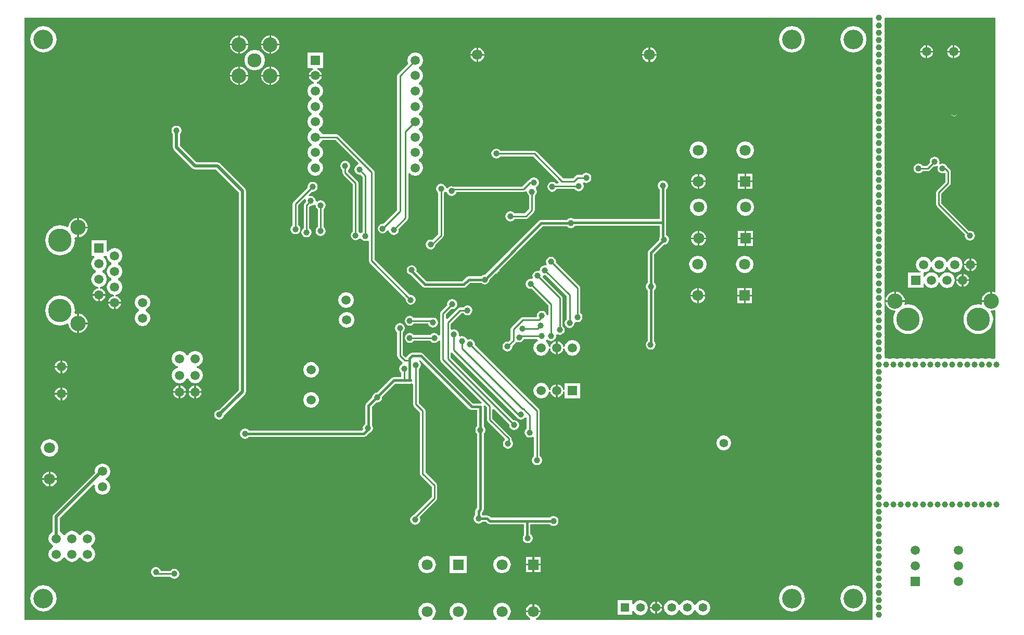
<source format=gbl>
G04 Layer_Physical_Order=2*
G04 Layer_Color=16711680*
%FSLAX44Y44*%
%MOMM*%
G71*
G01*
G75*
%ADD39C,0.2500*%
%ADD40C,0.4000*%
%ADD42C,0.5000*%
%ADD47C,2.5000*%
%ADD48C,3.8000*%
%ADD49C,1.5000*%
%ADD50R,1.5000X1.5000*%
%ADD51R,1.5000X1.5000*%
%ADD52C,3.2000*%
%ADD53C,1.0000*%
%ADD54C,1.5000*%
%ADD55C,1.8000*%
%ADD56C,1.7000*%
%ADD57C,1.4000*%
%ADD58R,1.4000X1.4000*%
%ADD59R,1.8000X1.8000*%
%ADD60R,1.8000X1.8000*%
%ADD61R,1.5000X1.5000*%
%ADD62C,2.4000*%
%ADD63C,2.3000*%
%ADD64R,1.5000X1.5000*%
G36*
X2990000Y1174054D02*
X2988730Y1173459D01*
X2986039Y1174276D01*
X2984500Y1174427D01*
Y1159000D01*
X2983000D01*
Y1157500D01*
X2967573D01*
X2967724Y1155962D01*
X2968291Y1154094D01*
X2967272Y1153076D01*
X2966855Y1153203D01*
X2962150Y1153666D01*
X2957445Y1153203D01*
X2952921Y1151830D01*
X2948752Y1149602D01*
X2945097Y1146603D01*
X2942098Y1142948D01*
X2939870Y1138779D01*
X2938497Y1134255D01*
X2938034Y1129550D01*
X2938497Y1124845D01*
X2939870Y1120321D01*
X2942098Y1116152D01*
X2945097Y1112497D01*
X2948752Y1109498D01*
X2952921Y1107270D01*
X2957445Y1105897D01*
X2962150Y1105434D01*
X2966855Y1105897D01*
X2971379Y1107270D01*
X2975548Y1109498D01*
X2979203Y1112497D01*
X2982202Y1116152D01*
X2984431Y1120321D01*
X2985803Y1124845D01*
X2986266Y1129550D01*
X2985803Y1134255D01*
X2984431Y1138779D01*
X2982609Y1142187D01*
X2982753Y1142646D01*
X2983368Y1143461D01*
X2986039Y1143724D01*
X2988730Y1144541D01*
X2990000Y1143946D01*
Y1065823D01*
X2989390Y1065743D01*
X2987597Y1065000D01*
X2984403D01*
X2982610Y1065743D01*
X2980000Y1066086D01*
X2977390Y1065743D01*
X2975597Y1065000D01*
X2972403D01*
X2970610Y1065743D01*
X2968000Y1066086D01*
X2965389Y1065743D01*
X2963597Y1065000D01*
X2960403D01*
X2958611Y1065743D01*
X2956000Y1066086D01*
X2953390Y1065743D01*
X2951597Y1065000D01*
X2948403D01*
X2946610Y1065743D01*
X2944000Y1066086D01*
X2941389Y1065743D01*
X2939597Y1065000D01*
X2936403D01*
X2934611Y1065743D01*
X2932000Y1066086D01*
X2929390Y1065743D01*
X2927597Y1065000D01*
X2924403D01*
X2922610Y1065743D01*
X2920000Y1066086D01*
X2917390Y1065743D01*
X2915597Y1065000D01*
X2912403D01*
X2910610Y1065743D01*
X2908000Y1066086D01*
X2905389Y1065743D01*
X2903597Y1065000D01*
X2900403D01*
X2898611Y1065743D01*
X2896000Y1066086D01*
X2893390Y1065743D01*
X2891597Y1065000D01*
X2888403D01*
X2886610Y1065743D01*
X2884000Y1066086D01*
X2881389Y1065743D01*
X2879597Y1065000D01*
X2876403D01*
X2874611Y1065743D01*
X2872000Y1066086D01*
X2869390Y1065743D01*
X2867597Y1065000D01*
X2864403D01*
X2862610Y1065743D01*
X2860000Y1066086D01*
X2857390Y1065743D01*
X2855597Y1065000D01*
X2852403D01*
X2850610Y1065743D01*
X2848000Y1066086D01*
X2845389Y1065743D01*
X2843597Y1065000D01*
X2840403D01*
X2838611Y1065743D01*
X2836000Y1066086D01*
X2833390Y1065743D01*
X2831597Y1065000D01*
X2828403D01*
X2826610Y1065743D01*
X2824000Y1066086D01*
X2821389Y1065743D01*
X2819597Y1065000D01*
X2816403D01*
X2814611Y1065743D01*
X2812000Y1066086D01*
X2810955Y1065949D01*
X2810000Y1066786D01*
Y1067345D01*
X2810086Y1068000D01*
X2810000Y1068655D01*
Y1079345D01*
X2810086Y1080000D01*
X2810000Y1080655D01*
Y1091345D01*
X2810086Y1092000D01*
X2810000Y1092655D01*
Y1103345D01*
X2810086Y1104000D01*
X2810000Y1104655D01*
Y1115345D01*
X2810086Y1116000D01*
X2810000Y1116655D01*
Y1127345D01*
X2810086Y1128000D01*
X2810000Y1128655D01*
Y1139345D01*
X2810086Y1140000D01*
X2810000Y1140655D01*
Y1151345D01*
X2810086Y1152000D01*
X2810000Y1152655D01*
Y1163345D01*
X2810086Y1164000D01*
X2810000Y1164655D01*
Y1175345D01*
X2810086Y1176000D01*
X2810000Y1176655D01*
Y1187345D01*
X2810086Y1188000D01*
X2810000Y1188655D01*
Y1199345D01*
X2810086Y1200000D01*
X2810000Y1200655D01*
Y1211345D01*
X2810086Y1212000D01*
X2810000Y1212655D01*
Y1223345D01*
X2810086Y1224000D01*
X2810000Y1224655D01*
Y1235345D01*
X2810086Y1236000D01*
X2810000Y1236655D01*
Y1247345D01*
X2810086Y1248000D01*
X2810000Y1248655D01*
Y1259345D01*
X2810086Y1260000D01*
X2810000Y1260655D01*
Y1271345D01*
X2810086Y1272000D01*
X2810000Y1272655D01*
Y1283345D01*
X2810086Y1284000D01*
X2810000Y1284655D01*
Y1295345D01*
X2810086Y1296000D01*
X2810000Y1296655D01*
Y1307345D01*
X2810086Y1308000D01*
X2810000Y1308655D01*
Y1319345D01*
X2810086Y1320000D01*
X2810000Y1320655D01*
Y1331345D01*
X2810086Y1332000D01*
X2810000Y1332655D01*
Y1343345D01*
X2810086Y1344000D01*
X2810000Y1344655D01*
Y1355345D01*
X2810086Y1356000D01*
X2810000Y1356655D01*
Y1367345D01*
X2810086Y1368000D01*
X2810000Y1368655D01*
Y1379345D01*
X2810086Y1380000D01*
X2810000Y1380655D01*
Y1391345D01*
X2810086Y1392000D01*
X2810000Y1392655D01*
Y1403345D01*
X2810086Y1404000D01*
X2810000Y1404655D01*
Y1415345D01*
X2810086Y1416000D01*
X2810000Y1416655D01*
Y1427345D01*
X2810086Y1428000D01*
X2810000Y1428655D01*
Y1439345D01*
X2810086Y1440000D01*
X2810000Y1440655D01*
Y1451345D01*
X2810086Y1452000D01*
X2810000Y1452655D01*
Y1463345D01*
X2810086Y1464000D01*
X2810000Y1464655D01*
Y1475345D01*
X2810086Y1476000D01*
X2810000Y1476655D01*
Y1487345D01*
X2810086Y1488000D01*
X2810000Y1488655D01*
Y1499345D01*
X2810086Y1500000D01*
X2810000Y1500655D01*
Y1511345D01*
X2810086Y1512000D01*
X2810000Y1512655D01*
Y1523345D01*
X2810086Y1524000D01*
X2810000Y1524655D01*
Y1535345D01*
X2810086Y1536000D01*
X2810000Y1536655D01*
Y1547345D01*
X2810086Y1548000D01*
X2810000Y1548655D01*
Y1559345D01*
X2810086Y1560000D01*
X2810000Y1560655D01*
Y1571345D01*
X2810086Y1572000D01*
X2810000Y1572655D01*
Y1583345D01*
X2810086Y1584000D01*
X2810000Y1584655D01*
Y1595345D01*
X2810086Y1596000D01*
X2810000Y1596655D01*
Y1607345D01*
X2810086Y1608000D01*
X2810000Y1608655D01*
Y1619345D01*
X2810086Y1620000D01*
X2990000D01*
Y1174054D01*
D02*
G37*
G36*
X2790000Y1619015D02*
Y1608985D01*
X2789804Y1608000D01*
X2790000Y1607015D01*
Y1596985D01*
X2789804Y1596000D01*
X2790000Y1595015D01*
Y1584985D01*
X2789804Y1584000D01*
X2790000Y1583015D01*
Y1572985D01*
X2789804Y1572000D01*
X2790000Y1571015D01*
Y1560985D01*
X2789804Y1560000D01*
X2790000Y1559015D01*
Y1548985D01*
X2789804Y1548000D01*
X2790000Y1547015D01*
Y1536985D01*
X2789804Y1536000D01*
X2790000Y1535015D01*
Y1524985D01*
X2789804Y1524000D01*
X2790000Y1523015D01*
Y1512985D01*
X2789804Y1512000D01*
X2790000Y1511015D01*
Y1500985D01*
X2789804Y1500000D01*
X2790000Y1499015D01*
Y1488985D01*
X2789804Y1488000D01*
X2790000Y1487015D01*
Y1476985D01*
X2789804Y1476000D01*
X2790000Y1475015D01*
Y1464985D01*
X2789804Y1464000D01*
X2790000Y1463015D01*
Y1452985D01*
X2789804Y1452000D01*
X2790000Y1451015D01*
Y1440985D01*
X2789804Y1440000D01*
X2790000Y1439015D01*
Y1428985D01*
X2789804Y1428000D01*
X2790000Y1427015D01*
Y1416985D01*
X2789804Y1416000D01*
X2790000Y1415015D01*
Y1404985D01*
X2789804Y1404000D01*
X2790000Y1403015D01*
Y1392985D01*
X2789804Y1392000D01*
X2790000Y1391015D01*
Y1380985D01*
X2789804Y1380000D01*
X2790000Y1379015D01*
Y1368985D01*
X2789804Y1368000D01*
X2790000Y1367015D01*
Y1356985D01*
X2789804Y1356000D01*
X2790000Y1355015D01*
Y1344985D01*
X2789804Y1344000D01*
X2790000Y1343015D01*
Y1332985D01*
X2789804Y1332000D01*
X2790000Y1331015D01*
Y1320985D01*
X2789804Y1320000D01*
X2790000Y1319015D01*
Y1308985D01*
X2789804Y1308000D01*
X2790000Y1307015D01*
Y1296985D01*
X2789804Y1296000D01*
X2790000Y1295015D01*
Y1284985D01*
X2789804Y1284000D01*
X2790000Y1283015D01*
Y1272985D01*
X2789804Y1272000D01*
X2790000Y1271015D01*
Y1260985D01*
X2789804Y1260000D01*
X2790000Y1259015D01*
Y1248985D01*
X2789804Y1248000D01*
X2790000Y1247015D01*
Y1236985D01*
X2789804Y1236000D01*
X2790000Y1235015D01*
Y1224985D01*
X2789804Y1224000D01*
X2790000Y1223015D01*
Y1212985D01*
X2789804Y1212000D01*
X2790000Y1211015D01*
Y1200985D01*
X2789804Y1200000D01*
X2790000Y1199015D01*
Y1188985D01*
X2789804Y1188000D01*
X2790000Y1187015D01*
Y1176985D01*
X2789804Y1176000D01*
X2790000Y1175015D01*
Y1164985D01*
X2789804Y1164000D01*
X2790000Y1163015D01*
Y1152985D01*
X2789804Y1152000D01*
X2790000Y1151015D01*
Y1140985D01*
X2789804Y1140000D01*
X2790000Y1139015D01*
Y1128985D01*
X2789804Y1128000D01*
X2790000Y1127015D01*
Y1116985D01*
X2789804Y1116000D01*
X2790000Y1115015D01*
Y1104985D01*
X2789804Y1104000D01*
X2790000Y1103015D01*
Y1092985D01*
X2789804Y1092000D01*
X2790000Y1091015D01*
Y1080985D01*
X2789804Y1080000D01*
X2790000Y1079015D01*
Y1068985D01*
X2789804Y1068000D01*
X2790000Y1067015D01*
Y1056985D01*
X2789804Y1056000D01*
X2790000Y1055015D01*
Y1044985D01*
X2789804Y1044000D01*
X2790000Y1043015D01*
Y1032985D01*
X2789804Y1032000D01*
X2790000Y1031015D01*
Y1020985D01*
X2789804Y1020000D01*
X2790000Y1019015D01*
Y1008985D01*
X2789804Y1008000D01*
X2790000Y1007015D01*
Y996985D01*
X2789804Y996000D01*
X2790000Y995015D01*
Y984985D01*
X2789804Y984000D01*
X2790000Y983015D01*
Y972985D01*
X2789804Y972000D01*
X2790000Y971015D01*
Y960985D01*
X2789804Y960000D01*
X2790000Y959015D01*
Y948985D01*
X2789804Y948000D01*
X2790000Y947015D01*
Y936985D01*
X2789804Y936000D01*
X2790000Y935015D01*
Y924985D01*
X2789804Y924000D01*
X2790000Y923015D01*
Y912985D01*
X2789804Y912000D01*
X2790000Y911015D01*
Y900985D01*
X2789804Y900000D01*
X2790000Y899015D01*
Y888985D01*
X2789804Y888000D01*
X2790000Y887015D01*
Y876985D01*
X2789804Y876000D01*
X2790000Y875015D01*
Y864985D01*
X2789804Y864000D01*
X2790000Y863015D01*
Y852985D01*
X2789804Y852000D01*
X2790000Y851015D01*
Y840985D01*
X2789804Y840000D01*
X2790000Y839015D01*
Y828985D01*
X2789804Y828000D01*
X2790000Y827015D01*
Y816985D01*
X2789804Y816000D01*
X2790000Y815015D01*
Y804985D01*
X2789804Y804000D01*
X2790000Y803015D01*
Y792985D01*
X2789804Y792000D01*
X2790000Y791015D01*
Y780985D01*
X2789804Y780000D01*
X2790000Y779015D01*
Y768985D01*
X2789804Y768000D01*
X2790000Y767015D01*
Y756985D01*
X2789804Y756000D01*
X2790000Y755015D01*
Y744985D01*
X2789804Y744000D01*
X2790000Y743015D01*
Y732985D01*
X2789804Y732000D01*
X2790000Y731015D01*
Y720985D01*
X2789804Y720000D01*
X2790000Y719015D01*
Y708985D01*
X2789804Y708000D01*
X2790000Y707015D01*
Y696985D01*
X2789804Y696000D01*
X2790000Y695015D01*
Y684985D01*
X2789804Y684000D01*
X2790000Y683015D01*
Y672985D01*
X2789804Y672000D01*
X2790000Y671015D01*
Y660985D01*
X2789804Y660000D01*
X2790000Y659015D01*
Y648985D01*
X2789804Y648000D01*
X2790000Y647015D01*
Y640000D01*
X2242947D01*
X2242682Y642496D01*
X2246651Y645148D01*
X2249304Y649118D01*
X2249937Y652300D01*
X2238000D01*
X2226063D01*
X2226696Y649118D01*
X2229348Y645148D01*
X2233318Y642496D01*
X2233053Y640000D01*
X2196246D01*
X2195488Y642500D01*
X2197293Y643707D01*
X2200388Y648337D01*
X2201474Y653800D01*
X2200388Y659262D01*
X2197293Y663893D01*
X2192663Y666988D01*
X2187200Y668074D01*
X2181738Y666988D01*
X2177107Y663893D01*
X2174012Y659262D01*
X2172926Y653800D01*
X2174012Y648337D01*
X2177107Y643707D01*
X2178912Y642500D01*
X2178154Y640000D01*
X2125046D01*
X2124288Y642500D01*
X2126093Y643707D01*
X2129188Y648337D01*
X2130274Y653800D01*
X2129188Y659262D01*
X2126093Y663893D01*
X2121463Y666988D01*
X2116000Y668074D01*
X2110538Y666988D01*
X2105907Y663893D01*
X2102812Y659262D01*
X2101726Y653800D01*
X2102812Y648337D01*
X2105907Y643707D01*
X2107712Y642500D01*
X2106954Y640000D01*
X2074246D01*
X2073488Y642500D01*
X2075293Y643707D01*
X2078388Y648337D01*
X2079474Y653800D01*
X2078388Y659262D01*
X2075293Y663893D01*
X2070663Y666988D01*
X2065200Y668074D01*
X2059738Y666988D01*
X2055107Y663893D01*
X2052012Y659262D01*
X2050926Y653800D01*
X2052012Y648337D01*
X2055107Y643707D01*
X2056912Y642500D01*
X2056154Y640000D01*
X1410000D01*
Y1620000D01*
X2789804D01*
X2790000Y1619015D01*
D02*
G37*
%LPC*%
G36*
X2879500Y1575393D02*
Y1566500D01*
X2888393D01*
X2888230Y1567741D01*
X2887172Y1570295D01*
X2885489Y1572489D01*
X2883295Y1574172D01*
X2880741Y1575230D01*
X2879500Y1575393D01*
D02*
G37*
G36*
X2923500Y1575393D02*
Y1566500D01*
X2932393D01*
X2932230Y1567741D01*
X2931172Y1570295D01*
X2929489Y1572489D01*
X2927295Y1574172D01*
X2924741Y1575230D01*
X2923500Y1575393D01*
D02*
G37*
G36*
X2920500Y1575393D02*
X2919259Y1575230D01*
X2916705Y1574172D01*
X2914511Y1572489D01*
X2912828Y1570295D01*
X2911770Y1567741D01*
X2911607Y1566500D01*
X2920500D01*
Y1575393D01*
D02*
G37*
G36*
X2876500Y1575393D02*
X2875259Y1575230D01*
X2872705Y1574172D01*
X2870511Y1572489D01*
X2868828Y1570295D01*
X2867770Y1567741D01*
X2867607Y1566500D01*
X2876500D01*
Y1575393D01*
D02*
G37*
G36*
X2888393Y1563500D02*
X2879500D01*
Y1554607D01*
X2880741Y1554770D01*
X2883295Y1555828D01*
X2885489Y1557511D01*
X2887172Y1559705D01*
X2888230Y1562259D01*
X2888393Y1563500D01*
D02*
G37*
G36*
X2920500D02*
X2911607D01*
X2911770Y1562259D01*
X2912828Y1559705D01*
X2914511Y1557511D01*
X2916705Y1555828D01*
X2919259Y1554770D01*
X2920500Y1554607D01*
Y1563500D01*
D02*
G37*
G36*
X2932393D02*
X2923500D01*
Y1554607D01*
X2924741Y1554770D01*
X2927295Y1555828D01*
X2929489Y1557511D01*
X2931172Y1559705D01*
X2932230Y1562259D01*
X2932393Y1563500D01*
D02*
G37*
G36*
X2876500D02*
X2867607D01*
X2867770Y1562259D01*
X2868828Y1559705D01*
X2870511Y1557511D01*
X2872705Y1555828D01*
X2875259Y1554770D01*
X2876500Y1554607D01*
Y1563500D01*
D02*
G37*
G36*
X2900500Y1508833D02*
X2898842Y1508503D01*
X2897436Y1507564D01*
X2896936Y1507064D01*
X2895997Y1505658D01*
X2895667Y1504000D01*
X2895997Y1502342D01*
X2896936Y1500936D01*
X2898342Y1499997D01*
X2900000Y1499667D01*
X2901658Y1499997D01*
X2903064Y1500936D01*
X2903564Y1501436D01*
X2904503Y1502842D01*
X2904833Y1504500D01*
X2904503Y1506158D01*
X2903564Y1507564D01*
X2902158Y1508503D01*
X2900500Y1508833D01*
D02*
G37*
G36*
X2922997Y1469334D02*
X2921339Y1469004D01*
X2919933Y1468064D01*
X2918994Y1466659D01*
X2918664Y1465000D01*
Y1464003D01*
X2918994Y1462345D01*
X2919933Y1460939D01*
X2921339Y1460000D01*
X2922997Y1459670D01*
X2924655Y1460000D01*
X2926061Y1460939D01*
X2927000Y1462345D01*
X2927330Y1464003D01*
Y1465000D01*
X2927000Y1466659D01*
X2926061Y1468064D01*
X2924655Y1469004D01*
X2922997Y1469334D01*
D02*
G37*
G36*
X2891000Y1394069D02*
X2888912Y1393794D01*
X2886966Y1392988D01*
X2885294Y1391706D01*
X2884012Y1390034D01*
X2883206Y1388088D01*
X2882931Y1386000D01*
X2883157Y1384285D01*
X2878205Y1379333D01*
X2871759D01*
X2870706Y1380706D01*
X2869034Y1381988D01*
X2867088Y1382794D01*
X2865000Y1383069D01*
X2862912Y1382794D01*
X2860966Y1381988D01*
X2859294Y1380706D01*
X2858012Y1379034D01*
X2857206Y1377088D01*
X2856931Y1375000D01*
X2857206Y1372912D01*
X2858012Y1370966D01*
X2859294Y1369294D01*
X2860966Y1368012D01*
X2862912Y1367206D01*
X2865000Y1366931D01*
X2867088Y1367206D01*
X2869034Y1368012D01*
X2870706Y1369294D01*
X2871759Y1370667D01*
X2880000D01*
X2881658Y1370997D01*
X2883064Y1371936D01*
X2889285Y1378157D01*
X2891000Y1377931D01*
X2893088Y1378206D01*
X2895034Y1379012D01*
X2895528Y1379391D01*
X2895753Y1379321D01*
X2896482Y1377762D01*
X2896203Y1377089D01*
X2895928Y1375000D01*
X2896203Y1372912D01*
X2897009Y1370966D01*
X2898291Y1369295D01*
X2899962Y1368013D01*
X2901909Y1367206D01*
X2903997Y1366931D01*
X2906086Y1367206D01*
X2907397Y1367750D01*
X2908647Y1367000D01*
X2908667Y1366968D01*
Y1352798D01*
X2894933Y1339065D01*
X2893994Y1337659D01*
X2893664Y1336001D01*
Y1316003D01*
X2893994Y1314345D01*
X2894933Y1312939D01*
X2940657Y1267215D01*
X2940431Y1265500D01*
X2940706Y1263412D01*
X2941512Y1261466D01*
X2942794Y1259794D01*
X2944466Y1258512D01*
X2946412Y1257706D01*
X2948500Y1257431D01*
X2950588Y1257706D01*
X2952534Y1258512D01*
X2954206Y1259794D01*
X2955488Y1261466D01*
X2956294Y1263412D01*
X2956569Y1265500D01*
X2956294Y1267588D01*
X2955488Y1269535D01*
X2954206Y1271206D01*
X2952534Y1272488D01*
X2950588Y1273294D01*
X2948500Y1273569D01*
X2946785Y1273343D01*
X2902330Y1317798D01*
Y1334206D01*
X2916064Y1347939D01*
X2917003Y1349345D01*
X2917333Y1351004D01*
Y1370000D01*
X2917003Y1371658D01*
X2916064Y1373064D01*
X2911616Y1377513D01*
X2910985Y1379035D01*
X2909702Y1380706D01*
X2908032Y1381989D01*
X2906086Y1382795D01*
X2903997Y1383069D01*
X2901909Y1382795D01*
X2899962Y1381989D01*
X2899469Y1381610D01*
X2899244Y1381680D01*
X2898515Y1383239D01*
X2898794Y1383912D01*
X2899069Y1386000D01*
X2898794Y1388088D01*
X2897988Y1390034D01*
X2896706Y1391706D01*
X2895034Y1392988D01*
X2893088Y1393794D01*
X2891000Y1394069D01*
D02*
G37*
G36*
X2924050Y1231058D02*
X2920787Y1230628D01*
X2917746Y1229369D01*
X2915135Y1227365D01*
X2913131Y1224754D01*
X2912002Y1222027D01*
X2912000Y1222027D01*
X2910700D01*
X2910698Y1222027D01*
X2909569Y1224754D01*
X2907565Y1227365D01*
X2904954Y1229369D01*
X2901913Y1230628D01*
X2898650Y1231058D01*
X2895387Y1230628D01*
X2892346Y1229369D01*
X2889735Y1227365D01*
X2887731Y1224754D01*
X2886602Y1222027D01*
X2886600Y1222027D01*
X2885300D01*
X2885298Y1222027D01*
X2884169Y1224754D01*
X2882165Y1227365D01*
X2879554Y1229369D01*
X2876513Y1230628D01*
X2873250Y1231058D01*
X2869987Y1230628D01*
X2866946Y1229369D01*
X2864335Y1227365D01*
X2862331Y1224754D01*
X2861072Y1221713D01*
X2860642Y1218450D01*
X2861072Y1215187D01*
X2862331Y1212146D01*
X2864335Y1209535D01*
X2866946Y1207531D01*
X2868663Y1206820D01*
X2868411Y1205550D01*
X2848050D01*
Y1180550D01*
X2873050D01*
Y1188211D01*
X2874320Y1188463D01*
X2875031Y1186746D01*
X2877035Y1184135D01*
X2879646Y1182131D01*
X2882687Y1180872D01*
X2885950Y1180442D01*
X2889213Y1180872D01*
X2892254Y1182131D01*
X2894865Y1184135D01*
X2896869Y1186746D01*
X2897998Y1189473D01*
X2898000Y1189473D01*
X2899300D01*
X2899302Y1189473D01*
X2900431Y1186746D01*
X2902435Y1184135D01*
X2905046Y1182131D01*
X2908087Y1180872D01*
X2911350Y1180442D01*
X2914613Y1180872D01*
X2917654Y1182131D01*
X2920265Y1184135D01*
X2922269Y1186746D01*
X2923528Y1189787D01*
X2923958Y1193050D01*
X2923528Y1196313D01*
X2922269Y1199354D01*
X2920265Y1201965D01*
X2917654Y1203969D01*
X2914613Y1205228D01*
X2911350Y1205658D01*
X2908087Y1205228D01*
X2905046Y1203969D01*
X2902435Y1201965D01*
X2900431Y1199354D01*
X2899302Y1196627D01*
X2899300Y1196627D01*
X2898000D01*
X2897998Y1196627D01*
X2896869Y1199354D01*
X2894865Y1201965D01*
X2892254Y1203969D01*
X2889213Y1205228D01*
X2885950Y1205658D01*
X2882687Y1205228D01*
X2879646Y1203969D01*
X2877035Y1201965D01*
X2875031Y1199354D01*
X2874320Y1197637D01*
X2873050Y1197889D01*
Y1204587D01*
X2873213Y1205611D01*
X2874150Y1205961D01*
X2876513Y1206272D01*
X2879554Y1207531D01*
X2882165Y1209535D01*
X2884169Y1212146D01*
X2885298Y1214873D01*
X2885300Y1214873D01*
X2886600D01*
X2886602Y1214873D01*
X2887731Y1212146D01*
X2889735Y1209535D01*
X2892346Y1207531D01*
X2895387Y1206272D01*
X2898650Y1205842D01*
X2901913Y1206272D01*
X2904954Y1207531D01*
X2907565Y1209535D01*
X2909569Y1212146D01*
X2910698Y1214873D01*
X2910700Y1214873D01*
X2912000D01*
X2912002Y1214873D01*
X2913131Y1212146D01*
X2915135Y1209535D01*
X2917746Y1207531D01*
X2920787Y1206272D01*
X2924050Y1205842D01*
X2927313Y1206272D01*
X2930354Y1207531D01*
X2932965Y1209535D01*
X2934969Y1212146D01*
X2936228Y1215187D01*
X2936658Y1218450D01*
X2936228Y1221713D01*
X2934969Y1224754D01*
X2932965Y1227365D01*
X2930354Y1229369D01*
X2927313Y1230628D01*
X2924050Y1231058D01*
D02*
G37*
G36*
X2950950Y1228843D02*
Y1219950D01*
X2959843D01*
X2959680Y1221191D01*
X2958622Y1223745D01*
X2956939Y1225939D01*
X2954745Y1227622D01*
X2952191Y1228680D01*
X2950950Y1228843D01*
D02*
G37*
G36*
X2947950Y1228843D02*
X2946709Y1228680D01*
X2944155Y1227622D01*
X2941961Y1225939D01*
X2940278Y1223745D01*
X2939220Y1221191D01*
X2939057Y1219950D01*
X2947950D01*
Y1228843D01*
D02*
G37*
G36*
X2959843Y1216950D02*
X2950950D01*
Y1208057D01*
X2952191Y1208220D01*
X2954745Y1209278D01*
X2956939Y1210961D01*
X2958622Y1213155D01*
X2959680Y1215709D01*
X2959843Y1216950D01*
D02*
G37*
G36*
X2947950D02*
X2939057D01*
X2939220Y1215709D01*
X2940278Y1213155D01*
X2941961Y1210961D01*
X2944155Y1209278D01*
X2946709Y1208220D01*
X2947950Y1208057D01*
Y1216950D01*
D02*
G37*
G36*
X2938250Y1203443D02*
Y1194550D01*
X2947143D01*
X2946980Y1195791D01*
X2945922Y1198345D01*
X2944239Y1200539D01*
X2942045Y1202222D01*
X2939491Y1203280D01*
X2938250Y1203443D01*
D02*
G37*
G36*
X2935250Y1203443D02*
X2934009Y1203280D01*
X2931455Y1202222D01*
X2929261Y1200539D01*
X2927578Y1198345D01*
X2926520Y1195791D01*
X2926357Y1194550D01*
X2935250D01*
Y1203443D01*
D02*
G37*
G36*
X2947143Y1191550D02*
X2938250D01*
Y1182657D01*
X2939491Y1182820D01*
X2942045Y1183878D01*
X2944239Y1185561D01*
X2945922Y1187755D01*
X2946980Y1190309D01*
X2947143Y1191550D01*
D02*
G37*
G36*
X2935250D02*
X2926357D01*
X2926520Y1190309D01*
X2927578Y1187755D01*
X2929261Y1185561D01*
X2931455Y1183878D01*
X2934009Y1182820D01*
X2935250Y1182657D01*
Y1191550D01*
D02*
G37*
G36*
X2828500Y1174427D02*
Y1160500D01*
X2842427D01*
X2842276Y1162038D01*
X2841389Y1164960D01*
X2839950Y1167653D01*
X2838013Y1170013D01*
X2835653Y1171950D01*
X2832960Y1173389D01*
X2830038Y1174276D01*
X2828500Y1174427D01*
D02*
G37*
G36*
X2825500D02*
X2823961Y1174276D01*
X2821040Y1173389D01*
X2818347Y1171950D01*
X2815987Y1170013D01*
X2814050Y1167653D01*
X2812610Y1164960D01*
X2811724Y1162038D01*
X2811573Y1160500D01*
X2825500D01*
Y1174427D01*
D02*
G37*
G36*
X2981500D02*
X2979962Y1174276D01*
X2977040Y1173389D01*
X2974347Y1171950D01*
X2971987Y1170013D01*
X2970050Y1167653D01*
X2968611Y1164960D01*
X2967724Y1162038D01*
X2967573Y1160500D01*
X2981500D01*
Y1174427D01*
D02*
G37*
G36*
X2842427Y1157500D02*
X2811573D01*
X2811724Y1155962D01*
X2812610Y1153040D01*
X2814050Y1150347D01*
X2815987Y1147987D01*
X2818347Y1146050D01*
X2821040Y1144611D01*
X2823961Y1143724D01*
X2826632Y1143461D01*
X2827247Y1142646D01*
X2827392Y1142187D01*
X2825569Y1138779D01*
X2824197Y1134255D01*
X2823734Y1129550D01*
X2824197Y1124845D01*
X2825569Y1120321D01*
X2827798Y1116152D01*
X2830797Y1112497D01*
X2834452Y1109498D01*
X2838621Y1107270D01*
X2843145Y1105897D01*
X2847850Y1105434D01*
X2852555Y1105897D01*
X2857079Y1107270D01*
X2861248Y1109498D01*
X2864903Y1112497D01*
X2867902Y1116152D01*
X2870130Y1120321D01*
X2871503Y1124845D01*
X2871966Y1129550D01*
X2871503Y1134255D01*
X2870130Y1138779D01*
X2867902Y1142948D01*
X2864903Y1146603D01*
X2861248Y1149602D01*
X2857079Y1151830D01*
X2852555Y1153203D01*
X2847850Y1153666D01*
X2843145Y1153203D01*
X2842728Y1153076D01*
X2841709Y1154094D01*
X2842276Y1155962D01*
X2842427Y1157500D01*
D02*
G37*
G36*
X1811650Y1591646D02*
Y1578150D01*
X1825146D01*
X1824280Y1582503D01*
X1820964Y1587464D01*
X1816003Y1590780D01*
X1811650Y1591646D01*
D02*
G37*
G36*
X1760850D02*
Y1578150D01*
X1774346D01*
X1773480Y1582503D01*
X1770164Y1587464D01*
X1765203Y1590780D01*
X1760850Y1591646D01*
D02*
G37*
G36*
X1808650Y1591646D02*
X1804297Y1590780D01*
X1799336Y1587464D01*
X1796020Y1582503D01*
X1795155Y1578150D01*
X1808650D01*
Y1591646D01*
D02*
G37*
G36*
X1757850D02*
X1753497Y1590780D01*
X1748536Y1587464D01*
X1745220Y1582503D01*
X1744355Y1578150D01*
X1757850D01*
Y1591646D01*
D02*
G37*
G36*
X2759000Y1606411D02*
X2750806Y1604781D01*
X2743860Y1600140D01*
X2739218Y1593194D01*
X2737588Y1585000D01*
X2739218Y1576806D01*
X2743860Y1569860D01*
X2750806Y1565218D01*
X2759000Y1563589D01*
X2767193Y1565218D01*
X2774140Y1569860D01*
X2778781Y1576806D01*
X2780411Y1585000D01*
X2778781Y1593194D01*
X2774140Y1600140D01*
X2767193Y1604781D01*
X2759000Y1606411D01*
D02*
G37*
G36*
X2659000D02*
X2650806Y1604781D01*
X2643860Y1600140D01*
X2639218Y1593194D01*
X2637588Y1585000D01*
X2639218Y1576806D01*
X2643860Y1569860D01*
X2650806Y1565218D01*
X2659000Y1563589D01*
X2667193Y1565218D01*
X2674140Y1569860D01*
X2678781Y1576806D01*
X2680411Y1585000D01*
X2678781Y1593194D01*
X2674140Y1600140D01*
X2667193Y1604781D01*
X2659000Y1606411D01*
D02*
G37*
G36*
X1441000D02*
X1432806Y1604781D01*
X1425860Y1600140D01*
X1421218Y1593194D01*
X1419588Y1585000D01*
X1421218Y1576806D01*
X1425860Y1569860D01*
X1432806Y1565218D01*
X1441000Y1563589D01*
X1449194Y1565218D01*
X1456140Y1569860D01*
X1460781Y1576806D01*
X1462411Y1585000D01*
X1460781Y1593194D01*
X1456140Y1600140D01*
X1449194Y1604781D01*
X1441000Y1606411D01*
D02*
G37*
G36*
X1808650Y1575150D02*
X1795155D01*
X1796020Y1570797D01*
X1799336Y1565836D01*
X1804297Y1562520D01*
X1808650Y1561655D01*
Y1575150D01*
D02*
G37*
G36*
X1757850D02*
X1744355D01*
X1745220Y1570797D01*
X1748536Y1565836D01*
X1753497Y1562520D01*
X1757850Y1561655D01*
Y1575150D01*
D02*
G37*
G36*
X1825146D02*
X1811650D01*
Y1561654D01*
X1816003Y1562520D01*
X1820964Y1565836D01*
X1824280Y1570797D01*
X1825146Y1575150D01*
D02*
G37*
G36*
X1774346D02*
X1760850D01*
Y1561654D01*
X1765203Y1562520D01*
X1770164Y1565836D01*
X1773480Y1570797D01*
X1774346Y1575150D01*
D02*
G37*
G36*
X2428500Y1571937D02*
Y1561500D01*
X2438937D01*
X2438304Y1564682D01*
X2435652Y1568651D01*
X2431682Y1571304D01*
X2428500Y1571937D01*
D02*
G37*
G36*
X2148500Y1571427D02*
Y1561500D01*
X2158427D01*
X2157833Y1564487D01*
X2155291Y1568291D01*
X2151487Y1570833D01*
X2148500Y1571427D01*
D02*
G37*
G36*
X2145500Y1571427D02*
X2142513Y1570833D01*
X2138709Y1568291D01*
X2136167Y1564487D01*
X2135573Y1561500D01*
X2145500D01*
Y1571427D01*
D02*
G37*
G36*
X2425500Y1571937D02*
X2422318Y1571304D01*
X2418349Y1568651D01*
X2415696Y1564682D01*
X2415063Y1561500D01*
X2425500D01*
Y1571937D01*
D02*
G37*
G36*
X2158427Y1558500D02*
X2148500D01*
Y1548573D01*
X2151487Y1549167D01*
X2155291Y1551709D01*
X2157833Y1555513D01*
X2158427Y1558500D01*
D02*
G37*
G36*
X2145500D02*
X2135573D01*
X2136167Y1555513D01*
X2138709Y1551709D01*
X2142513Y1549167D01*
X2145500Y1548573D01*
Y1558500D01*
D02*
G37*
G36*
X2438937D02*
X2428500D01*
Y1548063D01*
X2431682Y1548696D01*
X2435652Y1551349D01*
X2438304Y1555318D01*
X2438937Y1558500D01*
D02*
G37*
G36*
X2425500D02*
X2415063D01*
X2415696Y1555318D01*
X2418349Y1551349D01*
X2422318Y1548696D01*
X2425500Y1548063D01*
Y1558500D01*
D02*
G37*
G36*
X1784750Y1568073D02*
X1778312Y1566793D01*
X1772854Y1563146D01*
X1769207Y1557688D01*
X1767927Y1551250D01*
X1769207Y1544812D01*
X1772854Y1539354D01*
X1778312Y1535707D01*
X1784750Y1534427D01*
X1791188Y1535707D01*
X1796646Y1539354D01*
X1800293Y1544812D01*
X1801573Y1551250D01*
X1800293Y1557688D01*
X1796646Y1563146D01*
X1791188Y1566793D01*
X1784750Y1568073D01*
D02*
G37*
G36*
X1895750Y1563500D02*
X1870750D01*
Y1538500D01*
X1879456D01*
X1879702Y1536000D01*
X1879153Y1535891D01*
X1875680Y1533570D01*
X1873359Y1530097D01*
X1872843Y1527500D01*
X1893657D01*
X1893141Y1530097D01*
X1890820Y1533570D01*
X1887347Y1535891D01*
X1886798Y1536000D01*
X1887044Y1538500D01*
X1895750D01*
Y1563500D01*
D02*
G37*
G36*
X1811650Y1540845D02*
Y1527350D01*
X1825146D01*
X1824280Y1531703D01*
X1820964Y1536664D01*
X1816003Y1539980D01*
X1811650Y1540845D01*
D02*
G37*
G36*
X1760850D02*
Y1527350D01*
X1774346D01*
X1773480Y1531703D01*
X1770164Y1536664D01*
X1765203Y1539980D01*
X1760850Y1540845D01*
D02*
G37*
G36*
X1808650Y1540845D02*
X1804297Y1539980D01*
X1799336Y1536664D01*
X1796020Y1531703D01*
X1795155Y1527350D01*
X1808650D01*
Y1540845D01*
D02*
G37*
G36*
X1757850D02*
X1753497Y1539980D01*
X1748536Y1536664D01*
X1745220Y1531703D01*
X1744355Y1527350D01*
X1757850D01*
Y1540845D01*
D02*
G37*
G36*
X1808650Y1524350D02*
X1795155D01*
X1796020Y1519997D01*
X1799336Y1515036D01*
X1804297Y1511720D01*
X1808650Y1510854D01*
Y1524350D01*
D02*
G37*
G36*
X1757850D02*
X1744355D01*
X1745220Y1519997D01*
X1748536Y1515036D01*
X1753497Y1511720D01*
X1757850Y1510854D01*
Y1524350D01*
D02*
G37*
G36*
X1825146D02*
X1811650D01*
Y1510854D01*
X1816003Y1511720D01*
X1820964Y1515036D01*
X1824280Y1519997D01*
X1825146Y1524350D01*
D02*
G37*
G36*
X1774346D02*
X1760850D01*
Y1510854D01*
X1765203Y1511720D01*
X1770164Y1515036D01*
X1773480Y1519997D01*
X1774346Y1524350D01*
D02*
G37*
G36*
X2583000Y1419074D02*
X2577538Y1417988D01*
X2572906Y1414893D01*
X2569812Y1410262D01*
X2568726Y1404800D01*
X2569812Y1399337D01*
X2572906Y1394707D01*
X2577538Y1391612D01*
X2583000Y1390526D01*
X2588463Y1391612D01*
X2593093Y1394707D01*
X2596188Y1399337D01*
X2597274Y1404800D01*
X2596188Y1410262D01*
X2593093Y1414893D01*
X2588463Y1417988D01*
X2583000Y1419074D01*
D02*
G37*
G36*
X2506800D02*
X2501337Y1417988D01*
X2496707Y1414893D01*
X2493612Y1410262D01*
X2492526Y1404800D01*
X2493612Y1399337D01*
X2496707Y1394707D01*
X2501337Y1391612D01*
X2506800Y1390526D01*
X2512263Y1391612D01*
X2516893Y1394707D01*
X2519988Y1399337D01*
X2521074Y1404800D01*
X2519988Y1410262D01*
X2516893Y1414893D01*
X2512263Y1417988D01*
X2506800Y1419074D01*
D02*
G37*
G36*
X2046150Y1563745D02*
X2041273Y1562775D01*
X2037138Y1560012D01*
X2034375Y1555877D01*
X2033405Y1551000D01*
X2034375Y1546123D01*
X2034532Y1545888D01*
X2017747Y1529103D01*
X2016400Y1525850D01*
Y1306905D01*
X1994377Y1284883D01*
X1993000Y1285157D01*
X1989879Y1284536D01*
X1987232Y1282768D01*
X1985464Y1280121D01*
X1984843Y1277000D01*
X1985464Y1273879D01*
X1987232Y1271232D01*
X1989879Y1269464D01*
X1993000Y1268843D01*
X1996121Y1269464D01*
X1998768Y1271232D01*
X2000522Y1273857D01*
X2000626Y1273877D01*
X2003076Y1273832D01*
X2003464Y1271879D01*
X2005232Y1269232D01*
X2007879Y1267464D01*
X2011000Y1266843D01*
X2014121Y1267464D01*
X2016768Y1269232D01*
X2018536Y1271879D01*
X2019157Y1275000D01*
X2018883Y1276377D01*
X2033253Y1290747D01*
X2034600Y1294000D01*
Y1366480D01*
X2036992Y1367206D01*
X2037138Y1366988D01*
X2041273Y1364225D01*
X2046150Y1363255D01*
X2051027Y1364225D01*
X2055162Y1366988D01*
X2057925Y1371123D01*
X2058895Y1376000D01*
X2057925Y1380877D01*
X2055162Y1385012D01*
X2052070Y1387078D01*
Y1389922D01*
X2055162Y1391988D01*
X2057925Y1396123D01*
X2058895Y1401000D01*
X2057925Y1405877D01*
X2055162Y1410012D01*
X2052070Y1412078D01*
Y1414922D01*
X2055162Y1416988D01*
X2057925Y1421123D01*
X2058895Y1426000D01*
X2057925Y1430877D01*
X2055162Y1435012D01*
X2052070Y1437078D01*
Y1439922D01*
X2055162Y1441988D01*
X2057925Y1446123D01*
X2058895Y1451000D01*
X2057925Y1455877D01*
X2055162Y1460012D01*
X2052070Y1462078D01*
Y1464922D01*
X2055162Y1466988D01*
X2057925Y1471123D01*
X2058895Y1476000D01*
X2057925Y1480877D01*
X2055162Y1485012D01*
X2052070Y1487078D01*
Y1489922D01*
X2055162Y1491988D01*
X2057925Y1496123D01*
X2058895Y1501000D01*
X2057925Y1505877D01*
X2055162Y1510012D01*
X2052070Y1512078D01*
Y1514922D01*
X2055162Y1516988D01*
X2057925Y1521123D01*
X2058895Y1526000D01*
X2057925Y1530877D01*
X2055162Y1535012D01*
X2052070Y1537078D01*
Y1539922D01*
X2055162Y1541988D01*
X2057925Y1546123D01*
X2058895Y1551000D01*
X2057925Y1555877D01*
X2055162Y1560012D01*
X2051027Y1562775D01*
X2046150Y1563745D01*
D02*
G37*
G36*
X2595000Y1366000D02*
X2584500D01*
Y1355500D01*
X2595000D01*
Y1366000D01*
D02*
G37*
G36*
X2508300Y1365937D02*
Y1355500D01*
X2518737D01*
X2518104Y1358682D01*
X2515452Y1362652D01*
X2511482Y1365304D01*
X2508300Y1365937D01*
D02*
G37*
G36*
X2505300D02*
X2502118Y1365304D01*
X2498148Y1362652D01*
X2495496Y1358682D01*
X2494863Y1355500D01*
X2505300D01*
Y1365937D01*
D02*
G37*
G36*
X2581500Y1366000D02*
X2571000D01*
Y1355500D01*
X2581500D01*
Y1366000D01*
D02*
G37*
G36*
X2178000Y1407157D02*
X2174879Y1406536D01*
X2172232Y1404768D01*
X2170464Y1402121D01*
X2169843Y1399000D01*
X2170464Y1395879D01*
X2172232Y1393232D01*
X2174879Y1391464D01*
X2178000Y1390843D01*
X2181121Y1391464D01*
X2183768Y1393232D01*
X2184548Y1394400D01*
X2238094D01*
X2279394Y1353100D01*
X2278359Y1350600D01*
X2274880D01*
X2274768Y1350768D01*
X2272121Y1352536D01*
X2269000Y1353157D01*
X2265879Y1352536D01*
X2263232Y1350768D01*
X2261464Y1348121D01*
X2260843Y1345000D01*
X2261464Y1341879D01*
X2263232Y1339232D01*
X2265879Y1337464D01*
X2269000Y1336843D01*
X2272121Y1337464D01*
X2274768Y1339232D01*
X2276216Y1341400D01*
X2305452D01*
X2306232Y1340232D01*
X2308879Y1338464D01*
X2312000Y1337843D01*
X2315121Y1338464D01*
X2317768Y1340232D01*
X2319536Y1342879D01*
X2320157Y1346000D01*
X2319536Y1349121D01*
X2318167Y1351169D01*
X2319970Y1352972D01*
X2321178Y1352164D01*
X2324300Y1351543D01*
X2327421Y1352164D01*
X2330068Y1353932D01*
X2331836Y1356579D01*
X2332457Y1359700D01*
X2331836Y1362821D01*
X2330068Y1365468D01*
X2327421Y1367236D01*
X2324300Y1367857D01*
X2321178Y1367236D01*
X2318532Y1365468D01*
X2317752Y1364300D01*
X2309700D01*
X2309700Y1364300D01*
X2306447Y1362953D01*
X2306447Y1362953D01*
X2302095Y1358600D01*
X2286906D01*
X2243253Y1402253D01*
X2240000Y1403600D01*
X2184548D01*
X2183768Y1404768D01*
X2181121Y1406536D01*
X2178000Y1407157D01*
D02*
G37*
G36*
X2239000Y1360157D02*
X2235879Y1359536D01*
X2233232Y1357768D01*
X2232243Y1356286D01*
X2229747Y1355253D01*
X2220094Y1345600D01*
X2108000D01*
X2108000Y1345600D01*
X2107934Y1345573D01*
X2105000Y1346157D01*
X2101879Y1345536D01*
X2099232Y1343768D01*
X2098555Y1342755D01*
X2095901Y1343283D01*
X2095536Y1345121D01*
X2093768Y1347768D01*
X2091121Y1349536D01*
X2088000Y1350157D01*
X2084879Y1349536D01*
X2082232Y1347768D01*
X2080464Y1345121D01*
X2079843Y1342000D01*
X2080464Y1338879D01*
X2082232Y1336232D01*
X2083400Y1335452D01*
Y1267907D01*
X2074044Y1258552D01*
X2070999Y1259157D01*
X2067877Y1258537D01*
X2065231Y1256768D01*
X2063463Y1254122D01*
X2062842Y1251001D01*
X2063463Y1247879D01*
X2065231Y1245233D01*
X2067877Y1243465D01*
X2070999Y1242844D01*
X2074120Y1243465D01*
X2076766Y1245233D01*
X2078535Y1247879D01*
X2079069Y1250564D01*
X2091253Y1262749D01*
X2091253Y1262749D01*
X2092600Y1266002D01*
X2092600Y1266002D01*
Y1335452D01*
X2093768Y1336232D01*
X2094444Y1337245D01*
X2097098Y1336717D01*
X2097464Y1334879D01*
X2099232Y1332232D01*
X2101879Y1330464D01*
X2105000Y1329843D01*
X2108121Y1330464D01*
X2110768Y1332232D01*
X2112536Y1334879D01*
X2112838Y1336400D01*
X2222000D01*
X2225253Y1337747D01*
X2225490Y1337984D01*
X2227221Y1337260D01*
X2227876Y1336835D01*
X2228464Y1333879D01*
X2230232Y1331232D01*
X2231400Y1330452D01*
Y1308905D01*
X2224095Y1301600D01*
X2207548D01*
X2206768Y1302768D01*
X2204121Y1304536D01*
X2201000Y1305157D01*
X2197879Y1304536D01*
X2195232Y1302768D01*
X2193464Y1300121D01*
X2192843Y1297000D01*
X2193464Y1293879D01*
X2195232Y1291232D01*
X2197879Y1289464D01*
X2201000Y1288843D01*
X2204121Y1289464D01*
X2206768Y1291232D01*
X2207548Y1292400D01*
X2226000D01*
X2229253Y1293747D01*
X2239253Y1303747D01*
X2239253Y1303747D01*
X2240600Y1307000D01*
Y1330452D01*
X2241768Y1331232D01*
X2243536Y1333879D01*
X2244157Y1337000D01*
X2243536Y1340121D01*
X2242312Y1341953D01*
X2242189Y1343580D01*
X2242925Y1345001D01*
X2244768Y1346232D01*
X2246536Y1348879D01*
X2247157Y1352000D01*
X2246536Y1355121D01*
X2244768Y1357768D01*
X2242121Y1359536D01*
X2239000Y1360157D01*
D02*
G37*
G36*
X2518737Y1352500D02*
X2508300D01*
Y1342063D01*
X2511482Y1342696D01*
X2515452Y1345349D01*
X2518104Y1349318D01*
X2518737Y1352500D01*
D02*
G37*
G36*
X2505300D02*
X2494863D01*
X2495496Y1349318D01*
X2498148Y1345349D01*
X2502118Y1342696D01*
X2505300Y1342063D01*
Y1352500D01*
D02*
G37*
G36*
X2595000D02*
X2584500D01*
Y1342000D01*
X2595000D01*
Y1352500D01*
D02*
G37*
G36*
X2581500D02*
X2571000D01*
Y1342000D01*
X2581500D01*
Y1352500D01*
D02*
G37*
G36*
X1879000Y1353157D02*
X1875879Y1352536D01*
X1873232Y1350768D01*
X1871464Y1348121D01*
X1870843Y1345000D01*
X1871117Y1343623D01*
X1847747Y1320253D01*
X1846400Y1317000D01*
Y1282548D01*
X1845232Y1281768D01*
X1843464Y1279121D01*
X1842843Y1276000D01*
X1843464Y1272879D01*
X1845232Y1270232D01*
X1847879Y1268464D01*
X1851000Y1267843D01*
X1854121Y1268464D01*
X1856768Y1270232D01*
X1858536Y1272879D01*
X1859157Y1276000D01*
X1858536Y1279121D01*
X1856768Y1281768D01*
X1855600Y1282548D01*
Y1315094D01*
X1865987Y1325481D01*
X1868291Y1324250D01*
X1867843Y1322000D01*
X1868117Y1320623D01*
X1865747Y1318253D01*
X1864400Y1315000D01*
Y1277548D01*
X1863232Y1276768D01*
X1861464Y1274121D01*
X1860843Y1271000D01*
X1861464Y1267879D01*
X1863232Y1265232D01*
X1865879Y1263464D01*
X1869000Y1262843D01*
X1872121Y1263464D01*
X1874768Y1265232D01*
X1876536Y1267879D01*
X1877157Y1271000D01*
X1876536Y1274121D01*
X1874768Y1276768D01*
X1873600Y1277548D01*
Y1312023D01*
X1875771Y1313889D01*
X1876000Y1313843D01*
X1879121Y1314464D01*
X1881505Y1316057D01*
X1882613Y1315686D01*
X1883868Y1314876D01*
X1884464Y1311879D01*
X1886232Y1309232D01*
X1887400Y1308452D01*
Y1279548D01*
X1886232Y1278768D01*
X1884464Y1276121D01*
X1883843Y1273000D01*
X1884464Y1269879D01*
X1886232Y1267232D01*
X1888879Y1265464D01*
X1892000Y1264843D01*
X1895121Y1265464D01*
X1897768Y1267232D01*
X1899536Y1269879D01*
X1900157Y1273000D01*
X1899536Y1276121D01*
X1897768Y1278768D01*
X1896600Y1279548D01*
Y1308452D01*
X1897768Y1309232D01*
X1899536Y1311879D01*
X1900157Y1315000D01*
X1899536Y1318121D01*
X1897768Y1320768D01*
X1895121Y1322536D01*
X1892000Y1323157D01*
X1888879Y1322536D01*
X1886496Y1320943D01*
X1885387Y1321314D01*
X1884132Y1322124D01*
X1883536Y1325121D01*
X1881768Y1327768D01*
X1879121Y1329536D01*
X1876000Y1330157D01*
X1873750Y1329709D01*
X1872519Y1332013D01*
X1877623Y1337117D01*
X1879000Y1336843D01*
X1882121Y1337464D01*
X1884768Y1339232D01*
X1886536Y1341879D01*
X1887157Y1345000D01*
X1886536Y1348121D01*
X1884768Y1350768D01*
X1882121Y1352536D01*
X1879000Y1353157D01*
D02*
G37*
G36*
X2583170Y1326144D02*
X2577708Y1325058D01*
X2573076Y1321963D01*
X2569982Y1317332D01*
X2568896Y1311870D01*
X2569982Y1306407D01*
X2573076Y1301777D01*
X2577708Y1298682D01*
X2583170Y1297596D01*
X2588633Y1298682D01*
X2593264Y1301777D01*
X2596358Y1306407D01*
X2597444Y1311870D01*
X2596358Y1317332D01*
X2593264Y1321963D01*
X2588633Y1325058D01*
X2583170Y1326144D01*
D02*
G37*
G36*
X2506970D02*
X2501508Y1325058D01*
X2496877Y1321963D01*
X2493782Y1317332D01*
X2492696Y1311870D01*
X2493782Y1306407D01*
X2496877Y1301777D01*
X2501508Y1298682D01*
X2506970Y1297596D01*
X2512433Y1298682D01*
X2517063Y1301777D01*
X2520158Y1306407D01*
X2521244Y1311870D01*
X2520158Y1317332D01*
X2517063Y1321963D01*
X2512433Y1325058D01*
X2506970Y1326144D01*
D02*
G37*
G36*
X2449000Y1355157D02*
X2445879Y1354536D01*
X2443232Y1352768D01*
X2441464Y1350121D01*
X2440843Y1347000D01*
X2441464Y1343879D01*
X2443232Y1341232D01*
X2443588Y1340995D01*
Y1292412D01*
X2303803D01*
X2302121Y1293536D01*
X2299000Y1294157D01*
X2295879Y1293536D01*
X2293232Y1291768D01*
X2292995Y1291412D01*
X2251000D01*
X2251000Y1291412D01*
X2247173Y1289827D01*
X2159420Y1202073D01*
X2159000Y1202157D01*
X2155879Y1201536D01*
X2153232Y1199768D01*
X2152995Y1199412D01*
X2133000D01*
X2133000Y1199412D01*
X2129173Y1197827D01*
X2129173Y1197827D01*
X2122758Y1191412D01*
X2064242D01*
X2048061Y1207593D01*
X2048407Y1209331D01*
X2047786Y1212453D01*
X2046018Y1215099D01*
X2043371Y1216867D01*
X2040250Y1217488D01*
X2037128Y1216867D01*
X2034482Y1215099D01*
X2032714Y1212453D01*
X2032093Y1209331D01*
X2032714Y1206210D01*
X2034482Y1203564D01*
X2037128Y1201796D01*
X2038904Y1201442D01*
X2058173Y1182173D01*
X2058173Y1182173D01*
X2062000Y1180588D01*
X2062000Y1180588D01*
X2125000D01*
X2125000Y1180588D01*
X2128827Y1182173D01*
X2135242Y1188588D01*
X2152995D01*
X2153232Y1188232D01*
X2155879Y1186464D01*
X2159000Y1185843D01*
X2162121Y1186464D01*
X2164768Y1188232D01*
X2166536Y1190879D01*
X2167157Y1194000D01*
X2167073Y1194420D01*
X2177426Y1204772D01*
X2179545Y1203356D01*
X2179398Y1203002D01*
Y1203001D01*
X2180746Y1199748D01*
X2183998Y1198401D01*
X2187251Y1199748D01*
X2188599Y1203001D01*
Y1203002D01*
X2187251Y1206254D01*
X2183998Y1207602D01*
X2183644Y1207455D01*
X2182228Y1209574D01*
X2253242Y1280588D01*
X2292995D01*
X2293232Y1280232D01*
X2295879Y1278464D01*
X2299000Y1277843D01*
X2302121Y1278464D01*
X2304768Y1280232D01*
X2305674Y1281588D01*
X2443588D01*
Y1262307D01*
X2443464Y1262121D01*
X2442843Y1259000D01*
X2442927Y1258580D01*
X2425673Y1241327D01*
X2424088Y1237500D01*
X2424088Y1237500D01*
Y1188505D01*
X2423732Y1188268D01*
X2421964Y1185621D01*
X2421343Y1182500D01*
X2421964Y1179379D01*
X2423732Y1176732D01*
X2424088Y1176495D01*
Y1094339D01*
X2423232Y1093768D01*
X2421464Y1091121D01*
X2420843Y1088000D01*
X2421464Y1084879D01*
X2423232Y1082232D01*
X2425879Y1080464D01*
X2429000Y1079843D01*
X2432121Y1080464D01*
X2434768Y1082232D01*
X2436536Y1084879D01*
X2437157Y1088000D01*
X2436536Y1091121D01*
X2434912Y1093552D01*
Y1176495D01*
X2435268Y1176732D01*
X2437036Y1179379D01*
X2437657Y1182500D01*
X2437036Y1185621D01*
X2435268Y1188268D01*
X2434912Y1188505D01*
Y1235258D01*
X2450580Y1250927D01*
X2451000Y1250843D01*
X2454121Y1251464D01*
X2456768Y1253232D01*
X2458536Y1255879D01*
X2459157Y1259000D01*
X2458536Y1262121D01*
X2456768Y1264768D01*
X2454412Y1266342D01*
Y1287000D01*
Y1340995D01*
X2454768Y1341232D01*
X2456536Y1343879D01*
X2457157Y1347000D01*
X2456536Y1350121D01*
X2454768Y1352768D01*
X2452121Y1354536D01*
X2449000Y1355157D01*
D02*
G37*
G36*
X1499000Y1294255D02*
Y1280250D01*
X1513005D01*
X1512101Y1284798D01*
X1508675Y1289925D01*
X1503548Y1293351D01*
X1499000Y1294255D01*
D02*
G37*
G36*
X1496000Y1294255D02*
X1491452Y1293351D01*
X1486325Y1289925D01*
X1482899Y1284798D01*
X1482030Y1280430D01*
X1479253Y1279279D01*
X1477414Y1280508D01*
X1468050Y1282370D01*
X1458686Y1280508D01*
X1450747Y1275203D01*
X1445443Y1267264D01*
X1443580Y1257900D01*
X1445443Y1248536D01*
X1450747Y1240597D01*
X1458686Y1235293D01*
X1468050Y1233430D01*
X1477414Y1235293D01*
X1485353Y1240597D01*
X1490658Y1248536D01*
X1492520Y1257900D01*
X1491798Y1261532D01*
X1493924Y1263658D01*
X1496000Y1263245D01*
Y1278750D01*
Y1294255D01*
D02*
G37*
G36*
X1893657Y1524500D02*
X1872843D01*
X1873359Y1521903D01*
X1875680Y1518430D01*
X1879153Y1516109D01*
X1880737Y1515794D01*
Y1513245D01*
X1878373Y1512775D01*
X1874238Y1510012D01*
X1871475Y1505877D01*
X1870505Y1501000D01*
X1871475Y1496123D01*
X1874238Y1491988D01*
X1877330Y1489922D01*
Y1487078D01*
X1874238Y1485012D01*
X1871475Y1480877D01*
X1870505Y1476000D01*
X1871475Y1471123D01*
X1874238Y1466988D01*
X1877330Y1464922D01*
Y1462078D01*
X1874238Y1460012D01*
X1871475Y1455877D01*
X1870505Y1451000D01*
X1871475Y1446123D01*
X1874238Y1441988D01*
X1877330Y1439922D01*
Y1437078D01*
X1874238Y1435012D01*
X1871475Y1430877D01*
X1870505Y1426000D01*
X1871475Y1421123D01*
X1874238Y1416988D01*
X1877330Y1414922D01*
Y1412078D01*
X1874238Y1410012D01*
X1871475Y1405877D01*
X1870505Y1401000D01*
X1871475Y1396123D01*
X1874238Y1391988D01*
X1877330Y1389922D01*
Y1387078D01*
X1874238Y1385012D01*
X1871475Y1380877D01*
X1870505Y1376000D01*
X1871475Y1371123D01*
X1874238Y1366988D01*
X1878373Y1364225D01*
X1883250Y1363255D01*
X1888127Y1364225D01*
X1892262Y1366988D01*
X1895025Y1371123D01*
X1895995Y1376000D01*
X1895025Y1380877D01*
X1892262Y1385012D01*
X1889170Y1387078D01*
Y1389922D01*
X1892262Y1391988D01*
X1895025Y1396123D01*
X1895995Y1401000D01*
X1895025Y1405877D01*
X1892262Y1410012D01*
X1889170Y1412078D01*
Y1414922D01*
X1892262Y1416988D01*
X1895025Y1421123D01*
X1895080Y1421400D01*
X1916095D01*
X1953990Y1383505D01*
X1953167Y1380792D01*
X1951879Y1380536D01*
X1949232Y1378768D01*
X1947464Y1376121D01*
X1946843Y1373000D01*
X1947464Y1369879D01*
X1949232Y1367232D01*
X1951879Y1365464D01*
X1955000Y1364843D01*
X1956377Y1365117D01*
X1960400Y1361095D01*
Y1271738D01*
X1959673Y1271062D01*
X1959232Y1270768D01*
X1959030Y1270464D01*
X1958538Y1270007D01*
X1955831Y1270177D01*
X1954768Y1271768D01*
X1953600Y1272548D01*
Y1351000D01*
X1952253Y1354253D01*
X1952253Y1354253D01*
X1936600Y1369905D01*
Y1372452D01*
X1937768Y1373232D01*
X1939536Y1375879D01*
X1940157Y1379000D01*
X1939536Y1382121D01*
X1937768Y1384768D01*
X1935121Y1386536D01*
X1932000Y1387157D01*
X1928879Y1386536D01*
X1926232Y1384768D01*
X1924464Y1382121D01*
X1923843Y1379000D01*
X1924464Y1375879D01*
X1926232Y1373232D01*
X1927400Y1372452D01*
Y1368000D01*
X1928747Y1364747D01*
X1944400Y1349095D01*
Y1272548D01*
X1943232Y1271768D01*
X1941464Y1269121D01*
X1940843Y1266000D01*
X1941464Y1262879D01*
X1943232Y1260232D01*
X1945879Y1258464D01*
X1949000Y1257843D01*
X1952121Y1258464D01*
X1954768Y1260232D01*
X1955277Y1260995D01*
X1955298Y1261003D01*
X1958169Y1260823D01*
X1959232Y1259232D01*
X1961879Y1257464D01*
X1965000Y1256843D01*
X1967900Y1257420D01*
X1968530Y1257334D01*
X1970400Y1256335D01*
Y1224750D01*
X1971747Y1221497D01*
X2030867Y1162377D01*
X2030593Y1161000D01*
X2031214Y1157879D01*
X2032982Y1155232D01*
X2035629Y1153464D01*
X2038750Y1152843D01*
X2041871Y1153464D01*
X2044518Y1155232D01*
X2046286Y1157879D01*
X2046907Y1161000D01*
X2046286Y1164121D01*
X2044518Y1166768D01*
X2041871Y1168536D01*
X2038750Y1169157D01*
X2037373Y1168883D01*
X1979600Y1226656D01*
Y1369000D01*
X1978253Y1372253D01*
X1921253Y1429253D01*
X1918000Y1430600D01*
X1895080D01*
X1895025Y1430877D01*
X1892262Y1435012D01*
X1889170Y1437078D01*
Y1439922D01*
X1892262Y1441988D01*
X1895025Y1446123D01*
X1895995Y1451000D01*
X1895025Y1455877D01*
X1892262Y1460012D01*
X1889170Y1462078D01*
Y1464922D01*
X1892262Y1466988D01*
X1895025Y1471123D01*
X1895995Y1476000D01*
X1895025Y1480877D01*
X1892262Y1485012D01*
X1889170Y1487078D01*
Y1489922D01*
X1892262Y1491988D01*
X1895025Y1496123D01*
X1895995Y1501000D01*
X1895025Y1505877D01*
X1892262Y1510012D01*
X1888127Y1512775D01*
X1885762Y1513245D01*
Y1515794D01*
X1887347Y1516109D01*
X1890820Y1518430D01*
X1893141Y1521903D01*
X1893657Y1524500D01*
D02*
G37*
G36*
X1513005Y1277250D02*
X1499000D01*
Y1263245D01*
X1503548Y1264149D01*
X1508675Y1267575D01*
X1512101Y1272702D01*
X1513005Y1277250D01*
D02*
G37*
G36*
X2595170Y1273070D02*
X2584670D01*
Y1262570D01*
X2595170D01*
Y1273070D01*
D02*
G37*
G36*
X2508470Y1273007D02*
Y1262570D01*
X2518907D01*
X2518274Y1265752D01*
X2515621Y1269722D01*
X2511652Y1272374D01*
X2508470Y1273007D01*
D02*
G37*
G36*
X2505470Y1273007D02*
X2502288Y1272374D01*
X2498318Y1269722D01*
X2495666Y1265752D01*
X2495033Y1262570D01*
X2505470D01*
Y1273007D01*
D02*
G37*
G36*
X2581670Y1273070D02*
X2571170D01*
Y1262570D01*
X2581670D01*
Y1273070D01*
D02*
G37*
G36*
X2518907Y1259570D02*
X2508470D01*
Y1249133D01*
X2511652Y1249766D01*
X2515621Y1252419D01*
X2518274Y1256388D01*
X2518907Y1259570D01*
D02*
G37*
G36*
X2505470D02*
X2495033D01*
X2495666Y1256388D01*
X2498318Y1252419D01*
X2502288Y1249766D01*
X2505470Y1249133D01*
Y1259570D01*
D02*
G37*
G36*
X2595170D02*
X2584670D01*
Y1249070D01*
X2595170D01*
Y1259570D01*
D02*
G37*
G36*
X2581670D02*
X2571170D01*
Y1249070D01*
X2581670D01*
Y1259570D01*
D02*
G37*
G36*
X2267000Y1231157D02*
X2263879Y1230536D01*
X2261232Y1228768D01*
X2259464Y1226121D01*
X2258843Y1223000D01*
X2259464Y1219879D01*
X2259975Y1219114D01*
X2258472Y1216864D01*
X2257000Y1217157D01*
X2253879Y1216536D01*
X2251232Y1214768D01*
X2249464Y1212121D01*
X2248986Y1209719D01*
X2248667Y1208913D01*
X2246522Y1207854D01*
X2245000Y1208157D01*
X2241879Y1207536D01*
X2239232Y1205768D01*
X2237464Y1203121D01*
X2236843Y1200000D01*
X2237464Y1196879D01*
X2235854Y1194788D01*
X2234000Y1195157D01*
X2230879Y1194536D01*
X2228232Y1192768D01*
X2226464Y1190121D01*
X2225843Y1187000D01*
X2226464Y1183879D01*
X2228232Y1181232D01*
X2230879Y1179464D01*
X2234000Y1178843D01*
X2235377Y1179117D01*
X2262400Y1152094D01*
Y1136537D01*
X2259900Y1136291D01*
X2259536Y1138121D01*
X2257768Y1140768D01*
X2255121Y1142536D01*
X2252000Y1143157D01*
X2248879Y1142536D01*
X2246232Y1140768D01*
X2244464Y1138121D01*
X2243843Y1135000D01*
X2243887Y1134783D01*
X2242301Y1132850D01*
X2221169D01*
X2217916Y1131503D01*
X2217916Y1131503D01*
X2202497Y1116084D01*
X2201150Y1112831D01*
Y1096655D01*
X2197377Y1092883D01*
X2196000Y1093157D01*
X2192879Y1092536D01*
X2190232Y1090768D01*
X2188464Y1088121D01*
X2187843Y1085000D01*
X2188464Y1081879D01*
X2190232Y1079232D01*
X2192879Y1077464D01*
X2196000Y1076843D01*
X2199121Y1077464D01*
X2201768Y1079232D01*
X2203536Y1081879D01*
X2204157Y1085000D01*
X2203883Y1086377D01*
X2209003Y1091497D01*
X2209186Y1091939D01*
X2211578Y1092665D01*
X2211879Y1092464D01*
X2215000Y1091843D01*
X2218121Y1092464D01*
X2220768Y1094232D01*
X2222536Y1096879D01*
X2222639Y1097400D01*
X2244383D01*
X2245508Y1094923D01*
X2245018Y1094037D01*
X2241988Y1092012D01*
X2239225Y1087877D01*
X2238255Y1083000D01*
X2239225Y1078123D01*
X2241988Y1073988D01*
X2246123Y1071225D01*
X2251000Y1070255D01*
X2255877Y1071225D01*
X2260012Y1073988D01*
X2262775Y1078123D01*
X2263445Y1081493D01*
X2265994D01*
X2266509Y1078903D01*
X2268830Y1075430D01*
X2272303Y1073109D01*
X2274900Y1072593D01*
Y1083000D01*
Y1093407D01*
X2272303Y1092891D01*
X2268830Y1090570D01*
X2266509Y1087097D01*
X2265994Y1084507D01*
X2263445D01*
X2262775Y1087877D01*
X2260012Y1092012D01*
X2259099Y1092622D01*
X2258758Y1095531D01*
X2261232Y1096232D01*
X2263879Y1094464D01*
X2267000Y1093843D01*
X2270121Y1094464D01*
X2272768Y1096232D01*
X2274536Y1098878D01*
X2275157Y1102000D01*
X2274864Y1103472D01*
X2277114Y1104975D01*
X2277879Y1104464D01*
X2281000Y1103843D01*
X2284121Y1104464D01*
X2286768Y1106232D01*
X2288536Y1108879D01*
X2289157Y1112000D01*
X2288536Y1115121D01*
X2286768Y1117768D01*
X2285600Y1118548D01*
Y1164000D01*
X2284253Y1167253D01*
X2253708Y1197797D01*
X2254268Y1200549D01*
X2255478Y1201146D01*
X2257000Y1200843D01*
X2258377Y1201117D01*
X2292400Y1167094D01*
Y1129548D01*
X2291232Y1128768D01*
X2289464Y1126121D01*
X2288843Y1123000D01*
X2289464Y1119879D01*
X2291232Y1117232D01*
X2293879Y1115464D01*
X2297000Y1114843D01*
X2300121Y1115464D01*
X2302768Y1117232D01*
X2304536Y1119879D01*
X2305157Y1123000D01*
X2305017Y1123701D01*
X2305957Y1124592D01*
X2307229Y1125394D01*
X2310000Y1124843D01*
X2313121Y1125464D01*
X2315768Y1127232D01*
X2317536Y1129879D01*
X2318157Y1133000D01*
X2317536Y1136121D01*
X2315768Y1138768D01*
X2314600Y1139548D01*
Y1180000D01*
X2313253Y1183253D01*
X2274883Y1221623D01*
X2275157Y1223000D01*
X2274536Y1226121D01*
X2272768Y1228768D01*
X2270121Y1230536D01*
X2267000Y1231157D01*
D02*
G37*
G36*
X2582170Y1232894D02*
X2576707Y1231807D01*
X2572077Y1228713D01*
X2568982Y1224082D01*
X2567896Y1218620D01*
X2568982Y1213157D01*
X2572077Y1208526D01*
X2576707Y1205432D01*
X2582170Y1204346D01*
X2587632Y1205432D01*
X2592263Y1208526D01*
X2595358Y1213157D01*
X2596444Y1218620D01*
X2595358Y1224082D01*
X2592263Y1228713D01*
X2587632Y1231807D01*
X2582170Y1232894D01*
D02*
G37*
G36*
X2505970D02*
X2500508Y1231807D01*
X2495877Y1228713D01*
X2492782Y1224082D01*
X2491696Y1218620D01*
X2492782Y1213157D01*
X2495877Y1208526D01*
X2500508Y1205432D01*
X2505970Y1204346D01*
X2511432Y1205432D01*
X2516063Y1208526D01*
X2519158Y1213157D01*
X2520244Y1218620D01*
X2519158Y1224082D01*
X2516063Y1228713D01*
X2511432Y1231807D01*
X2505970Y1232894D01*
D02*
G37*
G36*
X2594170Y1179820D02*
X2583670D01*
Y1169320D01*
X2594170D01*
Y1179820D01*
D02*
G37*
G36*
X2507470Y1179756D02*
Y1169320D01*
X2517907D01*
X2517274Y1172502D01*
X2514621Y1176471D01*
X2510652Y1179124D01*
X2507470Y1179756D01*
D02*
G37*
G36*
X2504470Y1179756D02*
X2501288Y1179124D01*
X2497319Y1176471D01*
X2494666Y1172502D01*
X2494033Y1169320D01*
X2504470D01*
Y1179756D01*
D02*
G37*
G36*
X2580670Y1179820D02*
X2570170D01*
Y1169320D01*
X2580670D01*
Y1179820D01*
D02*
G37*
G36*
X1541957Y1167500D02*
X1533050D01*
Y1158593D01*
X1535647Y1159109D01*
X1539120Y1161430D01*
X1541441Y1164903D01*
X1541957Y1167500D01*
D02*
G37*
G36*
X1530050D02*
X1521143D01*
X1521659Y1164903D01*
X1523980Y1161430D01*
X1527453Y1159109D01*
X1530050Y1158593D01*
Y1167500D01*
D02*
G37*
G36*
X1544050Y1257700D02*
X1519050D01*
Y1232700D01*
X1523857D01*
X1524615Y1230200D01*
X1522538Y1228812D01*
X1519775Y1224677D01*
X1518805Y1219800D01*
X1519775Y1214923D01*
X1522538Y1210788D01*
X1525979Y1208489D01*
X1526091Y1208115D01*
Y1206085D01*
X1525979Y1205711D01*
X1522538Y1203412D01*
X1519775Y1199277D01*
X1518805Y1194400D01*
X1519775Y1189523D01*
X1522538Y1185388D01*
X1526673Y1182625D01*
X1530043Y1181955D01*
Y1179406D01*
X1527453Y1178891D01*
X1523980Y1176570D01*
X1521659Y1173097D01*
X1521143Y1170500D01*
X1531550D01*
X1541957D01*
X1541441Y1173097D01*
X1539120Y1176570D01*
X1535647Y1178891D01*
X1533057Y1179406D01*
Y1181955D01*
X1536427Y1182625D01*
X1540562Y1185388D01*
X1543325Y1189523D01*
X1544295Y1194400D01*
X1543325Y1199277D01*
X1540562Y1203412D01*
X1537121Y1205711D01*
X1537009Y1206085D01*
Y1208115D01*
X1537121Y1208489D01*
X1540562Y1210788D01*
X1543325Y1214923D01*
X1544295Y1219800D01*
X1543325Y1224677D01*
X1540562Y1228812D01*
X1538485Y1230200D01*
X1539243Y1232700D01*
X1541810D01*
X1544098Y1232509D01*
X1544616Y1230434D01*
X1545175Y1227623D01*
X1547938Y1223488D01*
X1551379Y1221189D01*
X1551491Y1220815D01*
Y1218785D01*
X1551379Y1218411D01*
X1547938Y1216112D01*
X1545175Y1211977D01*
X1544205Y1207100D01*
X1545175Y1202223D01*
X1547938Y1198088D01*
X1551379Y1195789D01*
X1551491Y1195415D01*
Y1193385D01*
X1551379Y1193011D01*
X1547938Y1190712D01*
X1545175Y1186577D01*
X1544205Y1181700D01*
X1545175Y1176823D01*
X1547938Y1172688D01*
X1552073Y1169925D01*
X1555443Y1169255D01*
Y1166706D01*
X1552853Y1166191D01*
X1549380Y1163870D01*
X1547059Y1160397D01*
X1546543Y1157800D01*
X1556950D01*
X1567357D01*
X1566841Y1160397D01*
X1564520Y1163870D01*
X1561047Y1166191D01*
X1558457Y1166706D01*
Y1169255D01*
X1561827Y1169925D01*
X1565962Y1172688D01*
X1568725Y1176823D01*
X1569695Y1181700D01*
X1568725Y1186577D01*
X1565962Y1190712D01*
X1562521Y1193011D01*
X1562409Y1193385D01*
Y1195415D01*
X1562521Y1195789D01*
X1565962Y1198088D01*
X1568725Y1202223D01*
X1569695Y1207100D01*
X1568725Y1211977D01*
X1565962Y1216112D01*
X1562521Y1218411D01*
X1562409Y1218785D01*
Y1220815D01*
X1562521Y1221189D01*
X1565962Y1223488D01*
X1568725Y1227623D01*
X1569695Y1232500D01*
X1568725Y1237377D01*
X1565962Y1241512D01*
X1561827Y1244275D01*
X1556950Y1245245D01*
X1552073Y1244275D01*
X1547938Y1241512D01*
X1546550Y1239435D01*
X1544050Y1240193D01*
Y1257700D01*
D02*
G37*
G36*
X2517907Y1166320D02*
X2507470D01*
Y1155883D01*
X2510652Y1156516D01*
X2514621Y1159168D01*
X2517274Y1163138D01*
X2517907Y1166320D01*
D02*
G37*
G36*
X2504470D02*
X2494033D01*
X2494666Y1163138D01*
X2497319Y1159168D01*
X2501288Y1156516D01*
X2504470Y1155883D01*
Y1166320D01*
D02*
G37*
G36*
X2594170D02*
X2583670D01*
Y1155820D01*
X2594170D01*
Y1166320D01*
D02*
G37*
G36*
X2580670D02*
X2570170D01*
Y1155820D01*
X2580670D01*
Y1166320D01*
D02*
G37*
G36*
X1933500Y1173245D02*
X1928623Y1172275D01*
X1924488Y1169512D01*
X1921725Y1165377D01*
X1920755Y1160500D01*
X1921725Y1155623D01*
X1924488Y1151488D01*
X1928623Y1148725D01*
X1933500Y1147755D01*
X1938377Y1148725D01*
X1942512Y1151488D01*
X1945275Y1155623D01*
X1946245Y1160500D01*
X1945275Y1165377D01*
X1942512Y1169512D01*
X1938377Y1172275D01*
X1933500Y1173245D01*
D02*
G37*
G36*
X1567357Y1154800D02*
X1558450D01*
Y1145893D01*
X1561047Y1146409D01*
X1564520Y1148730D01*
X1566841Y1152203D01*
X1567357Y1154800D01*
D02*
G37*
G36*
X1555450D02*
X1546543D01*
X1547059Y1152203D01*
X1549380Y1148730D01*
X1552853Y1146409D01*
X1555450Y1145893D01*
Y1154800D01*
D02*
G37*
G36*
X2106000Y1162157D02*
X2102879Y1161536D01*
X2100232Y1159768D01*
X2098464Y1157121D01*
X2097843Y1154000D01*
X2098117Y1152623D01*
X2087747Y1142253D01*
X2086400Y1139000D01*
Y1103831D01*
X2083900Y1103073D01*
X2082768Y1104768D01*
X2080121Y1106536D01*
X2077000Y1107157D01*
X2073879Y1106536D01*
X2071232Y1104768D01*
X2070452Y1103600D01*
X2043548D01*
X2042768Y1104768D01*
X2040121Y1106536D01*
X2037000Y1107157D01*
X2033879Y1106536D01*
X2031232Y1104768D01*
X2029464Y1102121D01*
X2028843Y1099000D01*
X2029464Y1095879D01*
X2031232Y1093232D01*
X2033879Y1091464D01*
X2037000Y1090843D01*
X2040121Y1091464D01*
X2042768Y1093232D01*
X2043548Y1094400D01*
X2070452D01*
X2071232Y1093232D01*
X2073879Y1091464D01*
X2077000Y1090843D01*
X2080121Y1091464D01*
X2082768Y1093232D01*
X2083900Y1094927D01*
X2086400Y1094168D01*
Y1064000D01*
X2087747Y1060747D01*
X2154350Y994145D01*
X2152934Y992025D01*
X2152000Y992412D01*
X2140242D01*
X2058827Y1073827D01*
X2055000Y1075412D01*
X2055000Y1075412D01*
X2041000D01*
X2041000Y1075412D01*
X2037173Y1073827D01*
X2037173Y1073827D01*
X2033173Y1069827D01*
X2032599Y1068442D01*
X2029650Y1067855D01*
X2025600Y1071905D01*
Y1108452D01*
X2026768Y1109232D01*
X2028536Y1111879D01*
X2029157Y1115000D01*
X2028536Y1118121D01*
X2026768Y1120768D01*
X2024121Y1122536D01*
X2021000Y1123157D01*
X2017879Y1122536D01*
X2015232Y1120768D01*
X2013464Y1118121D01*
X2012843Y1115000D01*
X2013464Y1111879D01*
X2015232Y1109232D01*
X2016400Y1108452D01*
Y1070000D01*
X2017747Y1066747D01*
X2025322Y1059173D01*
X2025045Y1056959D01*
X2024879Y1056536D01*
X2022232Y1054768D01*
X2020464Y1052121D01*
X2019843Y1049000D01*
X2020464Y1045879D01*
X2022232Y1043232D01*
X2023400Y1042452D01*
Y1035412D01*
X2011000D01*
X2007173Y1033827D01*
X2007173Y1033827D01*
X1983380Y1010033D01*
X1980879Y1009536D01*
X1978232Y1007768D01*
X1976464Y1005121D01*
X1975967Y1002620D01*
X1966173Y992827D01*
X1964588Y989000D01*
X1964588Y989000D01*
Y958673D01*
X1963232Y957768D01*
X1961464Y955121D01*
X1960843Y952000D01*
X1961176Y950327D01*
X1959482Y948413D01*
X1816454D01*
X1816000Y948602D01*
X1815546Y948413D01*
X1775005D01*
X1774767Y948769D01*
X1772121Y950537D01*
X1768999Y951158D01*
X1765878Y950537D01*
X1763232Y948769D01*
X1761463Y946123D01*
X1760843Y943001D01*
X1761463Y939880D01*
X1763232Y937234D01*
X1765878Y935466D01*
X1768999Y934845D01*
X1772121Y935466D01*
X1774767Y937234D01*
X1775005Y937589D01*
X1962001D01*
X1962001Y937589D01*
X1965828Y939174D01*
X1970869Y944215D01*
X1972121Y944464D01*
X1974768Y946232D01*
X1976536Y948879D01*
X1977157Y952000D01*
X1976536Y955121D01*
X1975412Y956803D01*
Y986758D01*
X1982746Y994093D01*
X1984000Y993843D01*
X1987121Y994464D01*
X1989768Y996232D01*
X1991536Y998879D01*
X1992157Y1002000D01*
X1991907Y1003254D01*
X2013242Y1024588D01*
X2038000D01*
X2038000Y1024588D01*
X2039900Y1025375D01*
X2042400Y1023705D01*
Y991000D01*
X2043747Y987747D01*
X2053400Y978094D01*
Y878082D01*
X2054747Y874829D01*
X2072650Y856926D01*
Y840155D01*
X2043068Y810573D01*
X2042879Y810536D01*
X2040232Y808768D01*
X2038464Y806121D01*
X2037843Y803000D01*
X2038464Y799879D01*
X2040232Y797232D01*
X2042879Y795464D01*
X2046000Y794843D01*
X2049121Y795464D01*
X2051768Y797232D01*
X2053536Y799879D01*
X2054157Y803000D01*
X2053536Y806121D01*
X2052771Y807266D01*
X2080503Y834997D01*
X2080503Y834997D01*
X2081850Y838250D01*
X2081850Y838250D01*
Y858831D01*
X2080503Y862084D01*
X2062600Y879987D01*
Y980000D01*
X2062600Y980000D01*
X2061253Y983253D01*
X2051600Y992906D01*
Y1048452D01*
X2052768Y1049232D01*
X2054536Y1051879D01*
X2055157Y1055000D01*
X2054536Y1058121D01*
X2052768Y1060768D01*
X2053346Y1063388D01*
X2053836Y1063511D01*
X2134173Y983173D01*
X2134173Y983173D01*
X2138000Y981588D01*
X2138000Y981588D01*
X2146588D01*
Y955005D01*
X2146232Y954768D01*
X2144464Y952121D01*
X2143843Y949000D01*
X2144464Y945879D01*
X2146232Y943232D01*
X2146588Y942995D01*
Y822242D01*
X2145173Y820827D01*
X2143588Y817000D01*
X2143588Y817000D01*
Y811005D01*
X2143232Y810768D01*
X2141464Y808121D01*
X2140843Y805000D01*
X2141464Y801879D01*
X2143232Y799232D01*
X2145879Y797464D01*
X2149000Y796843D01*
X2152121Y797464D01*
X2154768Y799232D01*
X2155005Y799588D01*
X2160758D01*
X2163173Y797173D01*
X2163173Y797173D01*
X2167000Y795588D01*
X2222588D01*
Y777803D01*
X2221464Y776121D01*
X2220843Y773000D01*
X2221464Y769879D01*
X2223232Y767232D01*
X2225879Y765464D01*
X2229000Y764843D01*
X2232121Y765464D01*
X2234768Y767232D01*
X2236536Y769879D01*
X2237157Y773000D01*
X2236536Y776121D01*
X2234768Y778768D01*
X2233412Y779673D01*
Y795588D01*
X2264995D01*
X2265232Y795232D01*
X2267879Y793464D01*
X2271000Y792843D01*
X2274121Y793464D01*
X2276768Y795232D01*
X2278536Y797879D01*
X2279157Y801000D01*
X2278536Y804121D01*
X2276768Y806768D01*
X2274121Y808536D01*
X2271000Y809157D01*
X2267879Y808536D01*
X2265232Y806768D01*
X2264995Y806412D01*
X2169242D01*
X2166827Y808827D01*
X2163000Y810412D01*
X2163000Y810412D01*
X2155005D01*
X2154768Y810768D01*
X2154412Y811005D01*
Y814758D01*
X2155827Y816173D01*
X2155827Y816173D01*
X2157412Y820000D01*
X2157412Y820000D01*
Y942995D01*
X2157768Y943232D01*
X2159536Y945879D01*
X2160157Y949000D01*
X2159536Y952121D01*
X2157768Y954768D01*
X2157412Y955005D01*
Y987000D01*
X2157025Y987934D01*
X2159145Y989350D01*
X2162400Y986095D01*
Y966000D01*
X2163747Y962747D01*
X2191454Y935040D01*
X2191231Y932769D01*
X2189463Y930123D01*
X2188842Y927001D01*
X2189463Y923880D01*
X2191231Y921234D01*
X2193877Y919466D01*
X2196998Y918845D01*
X2200120Y919466D01*
X2202766Y921234D01*
X2204534Y923880D01*
X2205155Y927001D01*
X2204534Y930123D01*
X2202766Y932769D01*
X2202600Y932880D01*
Y935000D01*
X2201253Y938253D01*
X2201253Y938253D01*
X2171600Y967906D01*
Y982628D01*
X2173910Y983585D01*
X2199117Y958377D01*
X2198843Y957000D01*
X2199464Y953879D01*
X2201232Y951232D01*
X2203879Y949464D01*
X2207000Y948843D01*
X2210121Y949464D01*
X2212768Y951232D01*
X2214536Y953879D01*
X2215157Y957000D01*
X2214536Y960121D01*
X2212768Y962768D01*
X2210121Y964536D01*
X2207000Y965157D01*
X2205623Y964883D01*
X2103600Y1066906D01*
Y1074628D01*
X2104431Y1075061D01*
X2106100Y1075394D01*
X2210426Y971068D01*
X2210464Y970879D01*
X2212232Y968232D01*
X2214879Y966464D01*
X2218000Y965843D01*
X2221121Y966464D01*
X2223768Y968232D01*
X2224900Y969927D01*
X2227400Y969168D01*
Y951548D01*
X2226232Y950768D01*
X2224464Y948121D01*
X2223843Y945000D01*
X2224464Y941879D01*
X2226232Y939232D01*
X2228879Y937464D01*
X2232000Y936843D01*
X2235121Y937464D01*
X2236900Y938652D01*
X2239400Y937518D01*
Y906548D01*
X2238232Y905768D01*
X2236464Y903121D01*
X2235843Y900000D01*
X2236464Y896879D01*
X2238232Y894232D01*
X2240879Y892464D01*
X2244000Y891843D01*
X2247121Y892464D01*
X2249768Y894232D01*
X2251536Y896879D01*
X2252157Y900000D01*
X2251536Y903121D01*
X2249768Y905768D01*
X2248600Y906548D01*
Y980000D01*
X2247253Y983253D01*
X2247253Y983253D01*
X2142883Y1087623D01*
X2143157Y1089000D01*
X2142536Y1092121D01*
X2140768Y1094768D01*
X2138121Y1096536D01*
X2135000Y1097157D01*
X2132189Y1096598D01*
X2131596Y1096657D01*
X2129140Y1097713D01*
X2127768Y1099768D01*
X2125121Y1101536D01*
X2122000Y1102157D01*
X2118879Y1101536D01*
X2116788Y1103146D01*
X2117157Y1105000D01*
X2116536Y1108121D01*
X2114768Y1110768D01*
X2112121Y1112536D01*
X2109000Y1113157D01*
X2106100Y1112580D01*
X2105470Y1112666D01*
X2103600Y1113665D01*
Y1122094D01*
X2120905Y1139400D01*
X2124452D01*
X2125232Y1138232D01*
X2127879Y1136464D01*
X2131000Y1135843D01*
X2134121Y1136464D01*
X2136768Y1138232D01*
X2138536Y1140879D01*
X2139157Y1144000D01*
X2138536Y1147121D01*
X2136768Y1149768D01*
X2134121Y1151536D01*
X2131000Y1152157D01*
X2127879Y1151536D01*
X2125232Y1149768D01*
X2124452Y1148600D01*
X2119000D01*
X2119000Y1148600D01*
X2115747Y1147253D01*
X2115747Y1147253D01*
X2098100Y1129606D01*
X2095600Y1130641D01*
Y1137094D01*
X2104623Y1146117D01*
X2106000Y1145843D01*
X2109121Y1146464D01*
X2111768Y1148232D01*
X2113536Y1150879D01*
X2114157Y1154000D01*
X2113536Y1157121D01*
X2111768Y1159768D01*
X2109121Y1161536D01*
X2106000Y1162157D01*
D02*
G37*
G36*
X1499000Y1138255D02*
Y1124250D01*
X1513005D01*
X1512101Y1128798D01*
X1508675Y1133925D01*
X1503548Y1137351D01*
X1499000Y1138255D01*
D02*
G37*
G36*
X1602110Y1169445D02*
X1597233Y1168475D01*
X1593098Y1165712D01*
X1590335Y1161577D01*
X1589365Y1156700D01*
X1590335Y1151823D01*
X1593098Y1147688D01*
X1596539Y1145389D01*
X1596651Y1145015D01*
Y1142985D01*
X1596539Y1142611D01*
X1593098Y1140312D01*
X1590335Y1136177D01*
X1589365Y1131300D01*
X1590335Y1126423D01*
X1593098Y1122288D01*
X1597233Y1119525D01*
X1602110Y1118555D01*
X1606987Y1119525D01*
X1611122Y1122288D01*
X1613885Y1126423D01*
X1614855Y1131300D01*
X1613885Y1136177D01*
X1611122Y1140312D01*
X1607681Y1142611D01*
X1607569Y1142985D01*
Y1145015D01*
X1607681Y1145389D01*
X1611122Y1147688D01*
X1613885Y1151823D01*
X1614855Y1156700D01*
X1613885Y1161577D01*
X1611122Y1165712D01*
X1606987Y1168475D01*
X1602110Y1169445D01*
D02*
G37*
G36*
X2037000Y1135157D02*
X2033879Y1134536D01*
X2031232Y1132768D01*
X2029464Y1130121D01*
X2028843Y1127000D01*
X2029464Y1123878D01*
X2031232Y1121232D01*
X2033879Y1119464D01*
X2037000Y1118843D01*
X2040121Y1119464D01*
X2042768Y1121232D01*
X2043548Y1122400D01*
X2067162D01*
X2067464Y1120879D01*
X2069232Y1118232D01*
X2071879Y1116464D01*
X2075000Y1115843D01*
X2078121Y1116464D01*
X2080768Y1118232D01*
X2082536Y1120879D01*
X2083157Y1124000D01*
X2082536Y1127121D01*
X2080768Y1129768D01*
X2078121Y1131536D01*
X2075000Y1132157D01*
X2072065Y1131573D01*
X2072000Y1131600D01*
X2043548D01*
X2042768Y1132768D01*
X2040121Y1134536D01*
X2037000Y1135157D01*
D02*
G37*
G36*
X1934500Y1141245D02*
X1929623Y1140275D01*
X1925488Y1137512D01*
X1922725Y1133377D01*
X1921755Y1128500D01*
X1922725Y1123623D01*
X1925488Y1119488D01*
X1929623Y1116725D01*
X1934500Y1115755D01*
X1939377Y1116725D01*
X1943512Y1119488D01*
X1946275Y1123623D01*
X1947245Y1128500D01*
X1946275Y1133377D01*
X1943512Y1137512D01*
X1939377Y1140275D01*
X1934500Y1141245D01*
D02*
G37*
G36*
X1468050Y1168070D02*
X1458686Y1166208D01*
X1450747Y1160903D01*
X1445443Y1152964D01*
X1443580Y1143600D01*
X1445443Y1134236D01*
X1450747Y1126297D01*
X1458686Y1120993D01*
X1468050Y1119130D01*
X1477414Y1120993D01*
X1479253Y1122221D01*
X1482030Y1121070D01*
X1482899Y1116702D01*
X1486325Y1111575D01*
X1491452Y1108149D01*
X1496000Y1107245D01*
Y1122750D01*
Y1138255D01*
X1493924Y1137842D01*
X1491798Y1139968D01*
X1492520Y1143600D01*
X1490658Y1152964D01*
X1485353Y1160903D01*
X1477414Y1166208D01*
X1468050Y1168070D01*
D02*
G37*
G36*
X1513005Y1121250D02*
X1499000D01*
Y1107245D01*
X1503548Y1108149D01*
X1508675Y1111575D01*
X1512101Y1116702D01*
X1513005Y1121250D01*
D02*
G37*
G36*
X2301800Y1095745D02*
X2296923Y1094775D01*
X2292788Y1092012D01*
X2290025Y1087877D01*
X2289355Y1084507D01*
X2286806D01*
X2286291Y1087097D01*
X2283970Y1090570D01*
X2280497Y1092891D01*
X2277900Y1093407D01*
Y1083000D01*
Y1072593D01*
X2280497Y1073109D01*
X2283970Y1075430D01*
X2286291Y1078903D01*
X2286806Y1081493D01*
X2289355D01*
X2290025Y1078123D01*
X2292788Y1073988D01*
X2296923Y1071225D01*
X2301800Y1070255D01*
X2306677Y1071225D01*
X2310812Y1073988D01*
X2313575Y1078123D01*
X2314545Y1083000D01*
X2313575Y1087877D01*
X2310812Y1092012D01*
X2306677Y1094775D01*
X2301800Y1095745D01*
D02*
G37*
G36*
X1687700Y1077855D02*
X1682823Y1076885D01*
X1678688Y1074122D01*
X1676389Y1070681D01*
X1676015Y1070569D01*
X1673985D01*
X1673611Y1070681D01*
X1671312Y1074122D01*
X1667177Y1076885D01*
X1662300Y1077855D01*
X1657423Y1076885D01*
X1653288Y1074122D01*
X1650525Y1069987D01*
X1649555Y1065110D01*
X1650525Y1060233D01*
X1653288Y1056098D01*
X1657423Y1053335D01*
X1659689Y1052885D01*
Y1050335D01*
X1657423Y1049885D01*
X1653288Y1047122D01*
X1650525Y1042987D01*
X1649555Y1038110D01*
X1650525Y1033233D01*
X1653288Y1029098D01*
X1657423Y1026335D01*
X1662300Y1025365D01*
X1667177Y1026335D01*
X1671312Y1029098D01*
X1673611Y1032539D01*
X1673985Y1032651D01*
X1676015D01*
X1676389Y1032539D01*
X1678688Y1029098D01*
X1682823Y1026335D01*
X1687700Y1025365D01*
X1692577Y1026335D01*
X1696712Y1029098D01*
X1699475Y1033233D01*
X1700445Y1038110D01*
X1699475Y1042987D01*
X1696712Y1047122D01*
X1692577Y1049885D01*
X1690311Y1050335D01*
Y1052885D01*
X1692577Y1053335D01*
X1696712Y1056098D01*
X1699475Y1060233D01*
X1700445Y1065110D01*
X1699475Y1069987D01*
X1696712Y1074122D01*
X1692577Y1076885D01*
X1687700Y1077855D01*
D02*
G37*
G36*
X1471500Y1062407D02*
Y1053500D01*
X1480407D01*
X1479891Y1056097D01*
X1477570Y1059570D01*
X1474097Y1061891D01*
X1471500Y1062407D01*
D02*
G37*
G36*
X1468500D02*
X1465903Y1061891D01*
X1462430Y1059570D01*
X1460109Y1056097D01*
X1459593Y1053500D01*
X1468500D01*
Y1062407D01*
D02*
G37*
G36*
X1480407Y1050500D02*
X1471500D01*
Y1041593D01*
X1474097Y1042109D01*
X1477570Y1044430D01*
X1479891Y1047903D01*
X1480407Y1050500D01*
D02*
G37*
G36*
X1468500D02*
X1459593D01*
X1460109Y1047903D01*
X1462430Y1044430D01*
X1465903Y1042109D01*
X1468500Y1041593D01*
Y1050500D01*
D02*
G37*
G36*
X1876500Y1059745D02*
X1871623Y1058775D01*
X1867488Y1056012D01*
X1864725Y1051877D01*
X1863755Y1047000D01*
X1864725Y1042123D01*
X1867488Y1037988D01*
X1871623Y1035225D01*
X1876500Y1034255D01*
X1881377Y1035225D01*
X1885512Y1037988D01*
X1888275Y1042123D01*
X1889245Y1047000D01*
X1888275Y1051877D01*
X1885512Y1056012D01*
X1881377Y1058775D01*
X1876500Y1059745D01*
D02*
G37*
G36*
X2314300Y1025500D02*
X2289300D01*
Y1014783D01*
X2286800Y1014537D01*
X2286291Y1017097D01*
X2283970Y1020570D01*
X2280497Y1022891D01*
X2277900Y1023407D01*
Y1013000D01*
Y1002593D01*
X2280497Y1003109D01*
X2283970Y1005430D01*
X2286291Y1008903D01*
X2286800Y1011463D01*
X2289300Y1011217D01*
Y1000500D01*
X2314300D01*
Y1025500D01*
D02*
G37*
G36*
X1689200Y1021517D02*
Y1012610D01*
X1698107D01*
X1697591Y1015207D01*
X1695270Y1018680D01*
X1691797Y1021001D01*
X1689200Y1021517D01*
D02*
G37*
G36*
X1686200D02*
X1683603Y1021001D01*
X1680130Y1018680D01*
X1677809Y1015207D01*
X1677293Y1012610D01*
X1686200D01*
Y1021517D01*
D02*
G37*
G36*
X1663800D02*
Y1012610D01*
X1672707D01*
X1672191Y1015207D01*
X1669870Y1018680D01*
X1666397Y1021001D01*
X1663800Y1021517D01*
D02*
G37*
G36*
X1660800D02*
X1658203Y1021001D01*
X1654730Y1018680D01*
X1652409Y1015207D01*
X1651893Y1012610D01*
X1660800D01*
Y1021517D01*
D02*
G37*
G36*
X1471500Y1018407D02*
Y1009500D01*
X1480407D01*
X1479891Y1012097D01*
X1477570Y1015570D01*
X1474097Y1017891D01*
X1471500Y1018407D01*
D02*
G37*
G36*
X1468500D02*
X1465903Y1017891D01*
X1462430Y1015570D01*
X1460109Y1012097D01*
X1459593Y1009500D01*
X1468500D01*
Y1018407D01*
D02*
G37*
G36*
X2251000Y1025745D02*
X2246123Y1024775D01*
X2241988Y1022012D01*
X2239225Y1017877D01*
X2238255Y1013000D01*
X2239225Y1008123D01*
X2241988Y1003988D01*
X2246123Y1001225D01*
X2251000Y1000255D01*
X2255877Y1001225D01*
X2260012Y1003988D01*
X2262775Y1008123D01*
X2263445Y1011493D01*
X2265994D01*
X2266509Y1008903D01*
X2268830Y1005430D01*
X2272303Y1003109D01*
X2274900Y1002593D01*
Y1013000D01*
Y1023407D01*
X2272303Y1022891D01*
X2268830Y1020570D01*
X2266509Y1017097D01*
X2265994Y1014507D01*
X2263445D01*
X2262775Y1017877D01*
X2260012Y1022012D01*
X2255877Y1024775D01*
X2251000Y1025745D01*
D02*
G37*
G36*
X1698107Y1009610D02*
X1689200D01*
Y1000703D01*
X1691797Y1001219D01*
X1695270Y1003540D01*
X1697591Y1007013D01*
X1698107Y1009610D01*
D02*
G37*
G36*
X1686200D02*
X1677293D01*
X1677809Y1007013D01*
X1680130Y1003540D01*
X1683603Y1001219D01*
X1686200Y1000703D01*
Y1009610D01*
D02*
G37*
G36*
X1672707D02*
X1663800D01*
Y1000703D01*
X1666397Y1001219D01*
X1669870Y1003540D01*
X1672191Y1007013D01*
X1672707Y1009610D01*
D02*
G37*
G36*
X1660800D02*
X1651893D01*
X1652409Y1007013D01*
X1654730Y1003540D01*
X1658203Y1001219D01*
X1660800Y1000703D01*
Y1009610D01*
D02*
G37*
G36*
X1480407Y1006500D02*
X1471500D01*
Y997593D01*
X1474097Y998109D01*
X1477570Y1000430D01*
X1479891Y1003903D01*
X1480407Y1006500D01*
D02*
G37*
G36*
X1468500D02*
X1459593D01*
X1460109Y1003903D01*
X1462430Y1000430D01*
X1465903Y998109D01*
X1468500Y997593D01*
Y1006500D01*
D02*
G37*
G36*
X1876500Y1010745D02*
X1871623Y1009775D01*
X1867488Y1007012D01*
X1864725Y1002877D01*
X1863755Y998000D01*
X1864725Y993123D01*
X1867488Y988988D01*
X1871623Y986225D01*
X1876500Y985255D01*
X1881377Y986225D01*
X1885512Y988988D01*
X1888275Y993123D01*
X1889245Y998000D01*
X1888275Y1002877D01*
X1885512Y1007012D01*
X1881377Y1009775D01*
X1876500Y1010745D01*
D02*
G37*
G36*
X1657500Y1444657D02*
X1654379Y1444036D01*
X1651732Y1442268D01*
X1649964Y1439621D01*
X1649343Y1436500D01*
X1649964Y1433379D01*
X1651547Y1431010D01*
Y1409500D01*
X1653291Y1405291D01*
X1683790Y1374790D01*
X1688000Y1373047D01*
X1721534D01*
X1759047Y1335534D01*
Y1014466D01*
X1726673Y982092D01*
X1723879Y981536D01*
X1721232Y979768D01*
X1719464Y977121D01*
X1718843Y974000D01*
X1719464Y970879D01*
X1721232Y968232D01*
X1723879Y966464D01*
X1727000Y965843D01*
X1730121Y966464D01*
X1732768Y968232D01*
X1734536Y970879D01*
X1735092Y973672D01*
X1769209Y1007791D01*
X1770953Y1012000D01*
Y1338000D01*
X1769209Y1342209D01*
X1728210Y1383210D01*
X1724000Y1384953D01*
X1690466D01*
X1663453Y1411966D01*
Y1431010D01*
X1665036Y1433379D01*
X1665657Y1436500D01*
X1665036Y1439621D01*
X1663268Y1442268D01*
X1660621Y1444036D01*
X1657500Y1444657D01*
D02*
G37*
G36*
X2548000Y940235D02*
X2543318Y939304D01*
X2539348Y936652D01*
X2536696Y932682D01*
X2535765Y928000D01*
X2536696Y923318D01*
X2539348Y919349D01*
X2543318Y916696D01*
X2548000Y915765D01*
X2552682Y916696D01*
X2556651Y919349D01*
X2559304Y923318D01*
X2560235Y928000D01*
X2559304Y932682D01*
X2556651Y936652D01*
X2552682Y939304D01*
X2548000Y940235D01*
D02*
G37*
G36*
X1451000Y934274D02*
X1445538Y933188D01*
X1440907Y930093D01*
X1437812Y925462D01*
X1436726Y920000D01*
X1437812Y914538D01*
X1440907Y909907D01*
X1445538Y906812D01*
X1451000Y905726D01*
X1456463Y906812D01*
X1461093Y909907D01*
X1464188Y914538D01*
X1465274Y920000D01*
X1464188Y925462D01*
X1461093Y930093D01*
X1456463Y933188D01*
X1451000Y934274D01*
D02*
G37*
G36*
X1452500Y881137D02*
Y870700D01*
X1462937D01*
X1462304Y873882D01*
X1459651Y877851D01*
X1455682Y880504D01*
X1452500Y881137D01*
D02*
G37*
G36*
X1449500D02*
X1446318Y880504D01*
X1442348Y877851D01*
X1439696Y873882D01*
X1439063Y870700D01*
X1449500D01*
Y881137D01*
D02*
G37*
G36*
X1462937Y867700D02*
X1452500D01*
Y857263D01*
X1455682Y857896D01*
X1459651Y860548D01*
X1462304Y864518D01*
X1462937Y867700D01*
D02*
G37*
G36*
X1449500D02*
X1439063D01*
X1439696Y864518D01*
X1442348Y860548D01*
X1446318Y857896D01*
X1449500Y857263D01*
Y867700D01*
D02*
G37*
G36*
X1537110Y894445D02*
X1532233Y893475D01*
X1528098Y890712D01*
X1525335Y886577D01*
X1524365Y881700D01*
X1524849Y879268D01*
X1457791Y812209D01*
X1456047Y808000D01*
Y783456D01*
X1452988Y781412D01*
X1450225Y777277D01*
X1449255Y772400D01*
X1450225Y767523D01*
X1452988Y763388D01*
X1456429Y761089D01*
X1456541Y760715D01*
Y758685D01*
X1456429Y758311D01*
X1452988Y756012D01*
X1450225Y751877D01*
X1449255Y747000D01*
X1450225Y742123D01*
X1452988Y737988D01*
X1457123Y735225D01*
X1462000Y734255D01*
X1466877Y735225D01*
X1471012Y737988D01*
X1473311Y741429D01*
X1473685Y741541D01*
X1475715D01*
X1476089Y741429D01*
X1478388Y737988D01*
X1482523Y735225D01*
X1487400Y734255D01*
X1492277Y735225D01*
X1496412Y737988D01*
X1498711Y741429D01*
X1499085Y741541D01*
X1501115D01*
X1501489Y741429D01*
X1503788Y737988D01*
X1507923Y735225D01*
X1512800Y734255D01*
X1517677Y735225D01*
X1521812Y737988D01*
X1524575Y742123D01*
X1525545Y747000D01*
X1524575Y751877D01*
X1521812Y756012D01*
X1518371Y758311D01*
X1518259Y758685D01*
Y760715D01*
X1518371Y761089D01*
X1521812Y763388D01*
X1524575Y767523D01*
X1525545Y772400D01*
X1524575Y777277D01*
X1521812Y781412D01*
X1517677Y784175D01*
X1512800Y785145D01*
X1507923Y784175D01*
X1503788Y781412D01*
X1501489Y777971D01*
X1501115Y777859D01*
X1499085D01*
X1498711Y777971D01*
X1496412Y781412D01*
X1492277Y784175D01*
X1487400Y785145D01*
X1482523Y784175D01*
X1478388Y781412D01*
X1476089Y777971D01*
X1475715Y777859D01*
X1473685D01*
X1473311Y777971D01*
X1471012Y781412D01*
X1467953Y783456D01*
Y805534D01*
X1522585Y860166D01*
X1524889Y858935D01*
X1524365Y856300D01*
X1525335Y851423D01*
X1528098Y847288D01*
X1532233Y844525D01*
X1537110Y843555D01*
X1541987Y844525D01*
X1546122Y847288D01*
X1548885Y851423D01*
X1549855Y856300D01*
X1548885Y861177D01*
X1546122Y865312D01*
X1542681Y867611D01*
X1542569Y867985D01*
Y870015D01*
X1542681Y870389D01*
X1546122Y872688D01*
X1548885Y876823D01*
X1549855Y881700D01*
X1548885Y886577D01*
X1546122Y890712D01*
X1541987Y893475D01*
X1537110Y894445D01*
D02*
G37*
G36*
X2250000Y742000D02*
X2239500D01*
Y731500D01*
X2250000D01*
Y742000D01*
D02*
G37*
G36*
X2236500D02*
X2226000D01*
Y731500D01*
X2236500D01*
Y742000D01*
D02*
G37*
G36*
X2250000Y728500D02*
X2239500D01*
Y718000D01*
X2250000D01*
Y728500D01*
D02*
G37*
G36*
X2236500D02*
X2226000D01*
Y718000D01*
X2236500D01*
Y728500D01*
D02*
G37*
G36*
X2130000Y744000D02*
X2102000D01*
Y716000D01*
X2130000D01*
Y744000D01*
D02*
G37*
G36*
X2187200Y744274D02*
X2181738Y743188D01*
X2177107Y740093D01*
X2174012Y735462D01*
X2172926Y730000D01*
X2174012Y724538D01*
X2177107Y719907D01*
X2181738Y716812D01*
X2187200Y715726D01*
X2192663Y716812D01*
X2197293Y719907D01*
X2200388Y724538D01*
X2201474Y730000D01*
X2200388Y735462D01*
X2197293Y740093D01*
X2192663Y743188D01*
X2187200Y744274D01*
D02*
G37*
G36*
X2065200D02*
X2059738Y743188D01*
X2055107Y740093D01*
X2052012Y735462D01*
X2050926Y730000D01*
X2052012Y724538D01*
X2055107Y719907D01*
X2059738Y716812D01*
X2065200Y715726D01*
X2070663Y716812D01*
X2075293Y719907D01*
X2078388Y724538D01*
X2079474Y730000D01*
X2078388Y735462D01*
X2075293Y740093D01*
X2070663Y743188D01*
X2065200Y744274D01*
D02*
G37*
G36*
X1624000Y726157D02*
X1620879Y725536D01*
X1618232Y723768D01*
X1616464Y721121D01*
X1615843Y718000D01*
X1616464Y714879D01*
X1618232Y712232D01*
X1620879Y710464D01*
X1624000Y709843D01*
X1626934Y710427D01*
X1627000Y710400D01*
X1627000Y710400D01*
X1647452D01*
X1648232Y709232D01*
X1650879Y707464D01*
X1654000Y706843D01*
X1657121Y707464D01*
X1659768Y709232D01*
X1661536Y711879D01*
X1662157Y715000D01*
X1661536Y718121D01*
X1659768Y720768D01*
X1657121Y722536D01*
X1654000Y723157D01*
X1650879Y722536D01*
X1648232Y720768D01*
X1647452Y719600D01*
X1631838D01*
X1631536Y721121D01*
X1629768Y723768D01*
X1627121Y725536D01*
X1624000Y726157D01*
D02*
G37*
G36*
X2412400Y672235D02*
X2407718Y671304D01*
X2403748Y668652D01*
X2401500Y665286D01*
X2399000Y665983D01*
Y672000D01*
X2375000D01*
Y648000D01*
X2399000D01*
Y654017D01*
X2401500Y654714D01*
X2403748Y651348D01*
X2407718Y648696D01*
X2412400Y647765D01*
X2417082Y648696D01*
X2421051Y651348D01*
X2423704Y655318D01*
X2424635Y660000D01*
X2423704Y664682D01*
X2421051Y668652D01*
X2417082Y671304D01*
X2412400Y672235D01*
D02*
G37*
G36*
X2514000D02*
X2509318Y671304D01*
X2505349Y668652D01*
X2502696Y664682D01*
X2502574Y664070D01*
X2500025D01*
X2499904Y664682D01*
X2497251Y668652D01*
X2493282Y671304D01*
X2488600Y672235D01*
X2483918Y671304D01*
X2479948Y668652D01*
X2477296Y664682D01*
X2477175Y664070D01*
X2474626D01*
X2474504Y664682D01*
X2471852Y668652D01*
X2467882Y671304D01*
X2463200Y672235D01*
X2458518Y671304D01*
X2454548Y668652D01*
X2451896Y664682D01*
X2450965Y660000D01*
X2451896Y655318D01*
X2454548Y651348D01*
X2458518Y648696D01*
X2463200Y647765D01*
X2467882Y648696D01*
X2471852Y651348D01*
X2474504Y655318D01*
X2474626Y655930D01*
X2477175D01*
X2477296Y655318D01*
X2479948Y651348D01*
X2483918Y648696D01*
X2488600Y647765D01*
X2493282Y648696D01*
X2497251Y651348D01*
X2499904Y655318D01*
X2500025Y655930D01*
X2502574D01*
X2502696Y655318D01*
X2505349Y651348D01*
X2509318Y648696D01*
X2514000Y647765D01*
X2518682Y648696D01*
X2522652Y651348D01*
X2525304Y655318D01*
X2526235Y660000D01*
X2525304Y664682D01*
X2522652Y668652D01*
X2518682Y671304D01*
X2514000Y672235D01*
D02*
G37*
G36*
X2439300Y669898D02*
Y661500D01*
X2447697D01*
X2447220Y663902D01*
X2445010Y667210D01*
X2441702Y669420D01*
X2439300Y669898D01*
D02*
G37*
G36*
X2436300D02*
X2433898Y669420D01*
X2430590Y667210D01*
X2428380Y663902D01*
X2427903Y661500D01*
X2436300D01*
Y669898D01*
D02*
G37*
G36*
X2239500Y665737D02*
Y655300D01*
X2249937D01*
X2249304Y658482D01*
X2246651Y662451D01*
X2242682Y665104D01*
X2239500Y665737D01*
D02*
G37*
G36*
X2236500Y665737D02*
X2233318Y665104D01*
X2229348Y662451D01*
X2226696Y658482D01*
X2226063Y655300D01*
X2236500D01*
Y665737D01*
D02*
G37*
G36*
X2759000Y696411D02*
X2750806Y694781D01*
X2743860Y690140D01*
X2739218Y683194D01*
X2737588Y675000D01*
X2739218Y666806D01*
X2743860Y659860D01*
X2750806Y655219D01*
X2759000Y653589D01*
X2767193Y655219D01*
X2774140Y659860D01*
X2778781Y666806D01*
X2780411Y675000D01*
X2778781Y683194D01*
X2774140Y690140D01*
X2767193Y694781D01*
X2759000Y696411D01*
D02*
G37*
G36*
X2659000D02*
X2650806Y694781D01*
X2643860Y690140D01*
X2639218Y683194D01*
X2637588Y675000D01*
X2639218Y666806D01*
X2643860Y659860D01*
X2650806Y655219D01*
X2659000Y653589D01*
X2667193Y655219D01*
X2674140Y659860D01*
X2678781Y666806D01*
X2680411Y675000D01*
X2678781Y683194D01*
X2674140Y690140D01*
X2667193Y694781D01*
X2659000Y696411D01*
D02*
G37*
G36*
X1441000D02*
X1432806Y694781D01*
X1425860Y690140D01*
X1421218Y683194D01*
X1419588Y675000D01*
X1421218Y666806D01*
X1425860Y659860D01*
X1432806Y655219D01*
X1441000Y653589D01*
X1449194Y655219D01*
X1456140Y659860D01*
X1460781Y666806D01*
X1462411Y675000D01*
X1460781Y683194D01*
X1456140Y690140D01*
X1449194Y694781D01*
X1441000Y696411D01*
D02*
G37*
G36*
X2447697Y658500D02*
X2439300D01*
Y650102D01*
X2441702Y650580D01*
X2445010Y652790D01*
X2447220Y656098D01*
X2447697Y658500D01*
D02*
G37*
G36*
X2436300D02*
X2427903D01*
X2428380Y656098D01*
X2430590Y652790D01*
X2433898Y650580D01*
X2436300Y650102D01*
Y658500D01*
D02*
G37*
%LPD*%
D39*
X1816000Y944001D02*
X1817000Y943001D01*
X2105000Y1338000D02*
X2108000Y1341000D01*
X2047000Y991000D02*
Y1055000D01*
X2070999Y1251001D02*
X2072999D01*
X2088000Y1266002D01*
Y1342000D01*
X2037000Y1127000D02*
X2072000D01*
X2075000Y1124000D01*
X2037000Y1099000D02*
X2077000D01*
X2109000Y1079000D02*
Y1105000D01*
Y1079000D02*
X2214000Y974000D01*
X2218000D01*
X2122000Y1082000D02*
Y1094000D01*
Y1082000D02*
X2220750Y983250D01*
X2221831D01*
X2232000Y973081D01*
Y945000D02*
Y973081D01*
X2135000Y1089000D02*
X2244000Y980000D01*
Y900000D02*
Y980000D01*
X2099000Y1065000D02*
X2207000Y957000D01*
X2099000Y1065000D02*
Y1124000D01*
X2091000Y1139000D02*
X2106000Y1154000D01*
X2091000Y1064000D02*
Y1139000D01*
Y1064000D02*
X2167000Y988000D01*
Y966000D02*
Y988000D01*
X2198000Y928003D02*
Y935000D01*
X2196998Y927001D02*
X2198000Y928003D01*
X2167000Y966000D02*
X2198000Y935000D01*
X2099000Y1124000D02*
X2119000Y1144000D01*
X2131000D01*
X2215000Y1100000D02*
X2217000Y1102000D01*
X2252000D01*
X2220000Y1114000D02*
X2245000D01*
X2250000Y1119000D01*
X2205750Y1112831D02*
X2221169Y1128250D01*
X2247250D01*
X2252000Y1135000D02*
X2253000Y1134000D01*
X2247250Y1128250D02*
X2253000Y1134000D01*
X2234000Y1187000D02*
X2267000Y1154000D01*
Y1102000D02*
Y1154000D01*
X2245000Y1200000D02*
X2281000Y1164000D01*
Y1112000D02*
Y1164000D01*
X2257000Y1209000D02*
X2297000Y1169000D01*
Y1123000D02*
Y1169000D01*
X2267000Y1223000D02*
X2310000Y1180000D01*
Y1133000D02*
Y1180000D01*
X1627000Y715000D02*
X1654000D01*
X1624000Y718000D02*
X1627000Y715000D01*
X2028000Y1030000D02*
Y1049000D01*
X1983500Y1002500D02*
X1984000Y1002000D01*
X2021000Y1070000D02*
Y1115000D01*
Y1070000D02*
X2029000Y1062000D01*
X2037000D01*
X2236000Y1307000D02*
Y1337000D01*
X2226000Y1297000D02*
X2236000Y1307000D01*
X2201000Y1297000D02*
X2226000D01*
X2269000Y1345000D02*
X2270000Y1346000D01*
X2312000D01*
X2108000Y1341000D02*
X2222000D01*
X2233000Y1352000D01*
X2239000D01*
X2178000Y1399000D02*
X2240000D01*
X2285000Y1354000D01*
X2304000D01*
X2309700Y1359700D01*
X2324300D01*
X2897997Y1336001D02*
X2913000Y1351004D01*
Y1370000D01*
X2908000Y1375000D02*
X2913000Y1370000D01*
X2903997Y1375000D02*
X2908000D01*
X2897997Y1316003D02*
X2948500Y1265500D01*
X2897997Y1316003D02*
Y1336001D01*
X2865000Y1375000D02*
X2880000D01*
X2891000Y1386000D01*
X2196000Y1085000D02*
X2205750Y1094750D01*
Y1112831D01*
X2047000Y991000D02*
X2058000Y980000D01*
Y878082D02*
Y980000D01*
Y878082D02*
X2077250Y858831D01*
Y838250D02*
Y858831D01*
X2046000Y807000D02*
X2077250Y838250D01*
X2046000Y803000D02*
Y807000D01*
X2183998Y1203001D02*
Y1203002D01*
X2900000Y1504000D02*
X2900500Y1504500D01*
X2922997Y1464003D02*
Y1465000D01*
X1993000Y1277000D02*
X2021000Y1305000D01*
Y1525850D01*
X2046150Y1551000D01*
X1892000Y1273000D02*
Y1315000D01*
X1869000Y1271000D02*
Y1315000D01*
X1876000Y1322000D01*
X1851000Y1276000D02*
Y1317000D01*
X1879000Y1345000D01*
X1975000Y1224750D02*
Y1369000D01*
X1918000Y1426000D02*
X1975000Y1369000D01*
X1883250Y1426000D02*
X1918000D01*
X1975000Y1224750D02*
X2038750Y1161000D01*
X2011000Y1275000D02*
X2030000Y1294000D01*
Y1434850D01*
X2046150Y1451000D01*
X1965000Y1265000D02*
Y1363000D01*
X1955000Y1373000D02*
X1965000Y1363000D01*
X1949000Y1266000D02*
Y1351000D01*
X1932000Y1368000D02*
X1949000Y1351000D01*
X1932000Y1368000D02*
Y1379000D01*
D40*
X2011000Y1030000D02*
X2028000D01*
X1983500Y1002500D02*
X2011000Y1030000D01*
X2037000Y1031000D02*
X2038000Y1030000D01*
X2037000Y1066000D02*
X2041000Y1070000D01*
X2055000D01*
X2138000Y987000D01*
X2152000D01*
X2300000Y1287000D02*
X2449000D01*
X2299000Y1286000D02*
X2300000Y1287000D01*
X2152000Y949000D02*
Y987000D01*
X2028000Y1030000D02*
X2038000D01*
X1970000Y989000D02*
X1983500Y1002500D01*
X1969000Y952000D02*
X1970000Y951000D01*
Y989000D01*
X1962001Y943001D02*
X1970000Y951000D01*
X2037000Y1031000D02*
Y1062000D01*
Y1066000D01*
X2251000Y1286000D02*
X2299000D01*
X2159000Y1194000D02*
X2251000Y1286000D01*
X2133000Y1194000D02*
X2159000D01*
X2125000Y1186000D02*
X2133000Y1194000D01*
X2062000Y1186000D02*
X2125000D01*
X2040250Y1207750D02*
X2062000Y1186000D01*
X2040250Y1207750D02*
Y1209331D01*
X1768999Y943001D02*
X1817000D01*
X1962001D01*
X2163000Y805000D02*
X2167000Y801000D01*
X2152000Y805000D02*
X2163000D01*
X2149000D02*
Y817000D01*
X2152000Y820000D01*
Y949000D01*
X2228000Y774000D02*
X2229000Y773000D01*
X2228000Y774000D02*
Y801000D01*
X2167000D02*
X2228000D01*
X2271000D01*
X2449000Y1287000D02*
Y1347000D01*
Y1261000D02*
X2451000Y1259000D01*
X2449000Y1261000D02*
Y1287000D01*
X2429500Y1182500D02*
Y1237500D01*
X2451000Y1259000D01*
X2429500Y1088500D02*
Y1182500D01*
X2429000Y1088000D02*
X2429500Y1088500D01*
D42*
X1727000Y974000D02*
X1765000Y1012000D01*
Y1338000D01*
X1724000Y1379000D02*
X1765000Y1338000D01*
X1688000Y1379000D02*
X1724000D01*
X1657500Y1409500D02*
X1688000Y1379000D01*
X1657500Y1409500D02*
Y1436500D01*
X1462000Y772400D02*
Y808000D01*
X1535700Y881700D01*
X1537110D01*
D47*
X1497500Y1278750D02*
D03*
Y1122750D02*
D03*
X2983000Y1159000D02*
D03*
X2827000D02*
D03*
D48*
X1468050Y1143600D02*
D03*
Y1257900D02*
D03*
X2847850Y1129550D02*
D03*
X2962150D02*
D03*
D49*
X1531550Y1219800D02*
D03*
Y1194400D02*
D03*
X1556950Y1207100D02*
D03*
Y1181700D02*
D03*
X1531550Y1169000D02*
D03*
X1556950Y1232500D02*
D03*
Y1156300D02*
D03*
X2949450Y1218450D02*
D03*
X2873250D02*
D03*
X2936750Y1193050D02*
D03*
X2924050Y1218450D02*
D03*
X2898650D02*
D03*
X2911350Y1193050D02*
D03*
X2885950D02*
D03*
D50*
X1531550Y1245200D02*
D03*
D51*
X2860550Y1193050D02*
D03*
D52*
X1441000Y1585000D02*
D03*
X2759000D02*
D03*
Y675000D02*
D03*
X1441000D02*
D03*
X2659000Y1585000D02*
D03*
Y675000D02*
D03*
D53*
X2800000Y1320000D02*
D03*
Y1332000D02*
D03*
Y1356000D02*
D03*
Y1344000D02*
D03*
Y1368000D02*
D03*
Y1380000D02*
D03*
Y1404000D02*
D03*
Y1392000D02*
D03*
Y1416000D02*
D03*
Y1428000D02*
D03*
Y1452000D02*
D03*
Y1440000D02*
D03*
Y1464000D02*
D03*
Y1476000D02*
D03*
Y1500000D02*
D03*
Y1488000D02*
D03*
Y1512000D02*
D03*
Y1524000D02*
D03*
Y1548000D02*
D03*
Y1536000D02*
D03*
Y1560000D02*
D03*
Y1572000D02*
D03*
Y1596000D02*
D03*
Y1584000D02*
D03*
Y1608000D02*
D03*
Y1620000D02*
D03*
X2812000Y1056000D02*
D03*
X2824000D02*
D03*
X2836000D02*
D03*
X2848000D02*
D03*
X2860000D02*
D03*
X2872000D02*
D03*
X2884000D02*
D03*
X2896000D02*
D03*
X2908000D02*
D03*
X2920000D02*
D03*
X2932000D02*
D03*
X2944000D02*
D03*
X2800000Y1308000D02*
D03*
Y1296000D02*
D03*
Y1272000D02*
D03*
Y1284000D02*
D03*
Y1260000D02*
D03*
Y1248000D02*
D03*
Y1224000D02*
D03*
Y1236000D02*
D03*
Y1212000D02*
D03*
Y1200000D02*
D03*
Y1176000D02*
D03*
Y1188000D02*
D03*
Y1164000D02*
D03*
Y1152000D02*
D03*
Y1128000D02*
D03*
Y1140000D02*
D03*
Y1116000D02*
D03*
Y1104000D02*
D03*
Y1080000D02*
D03*
Y1092000D02*
D03*
Y1068000D02*
D03*
Y1056000D02*
D03*
Y1032000D02*
D03*
Y1044000D02*
D03*
Y1020000D02*
D03*
Y1008000D02*
D03*
Y996000D02*
D03*
Y984000D02*
D03*
Y960000D02*
D03*
Y972000D02*
D03*
Y948000D02*
D03*
Y936000D02*
D03*
Y912000D02*
D03*
Y924000D02*
D03*
Y900000D02*
D03*
Y888000D02*
D03*
Y864000D02*
D03*
Y876000D02*
D03*
Y852000D02*
D03*
Y840000D02*
D03*
Y816000D02*
D03*
Y828000D02*
D03*
Y804000D02*
D03*
Y792000D02*
D03*
Y768000D02*
D03*
Y780000D02*
D03*
Y756000D02*
D03*
Y744000D02*
D03*
Y720000D02*
D03*
Y732000D02*
D03*
Y708000D02*
D03*
Y696000D02*
D03*
Y648000D02*
D03*
Y672000D02*
D03*
Y660000D02*
D03*
Y684000D02*
D03*
X2992000Y1056000D02*
D03*
X2980000D02*
D03*
X2968000D02*
D03*
X2956000D02*
D03*
Y828000D02*
D03*
X2968000D02*
D03*
X2980000D02*
D03*
X2992000D02*
D03*
X2944000D02*
D03*
X2932000D02*
D03*
X2920000D02*
D03*
X2908000D02*
D03*
X2896000D02*
D03*
X2884000D02*
D03*
X2872000D02*
D03*
X2860000D02*
D03*
X2848000D02*
D03*
X2836000D02*
D03*
X2824000D02*
D03*
X2812000D02*
D03*
X1713064Y935500D02*
D03*
X1590935Y1048250D02*
D03*
X1567625Y968375D02*
D03*
X2105000Y1338000D02*
D03*
X2047000Y1055000D02*
D03*
X2070999Y1251001D02*
D03*
X2088000Y1342000D02*
D03*
X2037000Y1127000D02*
D03*
X2075000Y1124000D02*
D03*
X2037000Y1099000D02*
D03*
X2077000D02*
D03*
X2109000Y1105000D02*
D03*
X2218000Y974000D02*
D03*
X2122000Y1094000D02*
D03*
X2232000Y945000D02*
D03*
X2135000Y1089000D02*
D03*
X2244000Y900000D02*
D03*
X2207000Y957000D02*
D03*
X2106000Y1154000D02*
D03*
X2196998Y927001D02*
D03*
X2131000Y1144000D02*
D03*
X2215000Y1100000D02*
D03*
X2252000Y1102000D02*
D03*
X2220000Y1114000D02*
D03*
X2250000Y1119000D02*
D03*
X2252000Y1135000D02*
D03*
X2234000Y1187000D02*
D03*
X2267000Y1102000D02*
D03*
X2245000Y1200000D02*
D03*
X2281000Y1112000D02*
D03*
X2257000Y1209000D02*
D03*
X2297000Y1123000D02*
D03*
X2267000Y1223000D02*
D03*
X2310000Y1133000D02*
D03*
X1654000Y715000D02*
D03*
X1624000Y718000D02*
D03*
X1768999Y943001D02*
D03*
X2271000Y801000D02*
D03*
X2299000Y1286000D02*
D03*
X2152000Y949000D02*
D03*
X2028000Y1049000D02*
D03*
X1984000Y1002000D02*
D03*
X1969000Y952000D02*
D03*
X2021000Y1115000D02*
D03*
X2159000Y1194000D02*
D03*
X2040250Y1209331D02*
D03*
X2149000Y805000D02*
D03*
X2229000Y773000D02*
D03*
X2449000Y1347000D02*
D03*
X2451000Y1259000D02*
D03*
X2429500Y1182500D02*
D03*
X2104000Y946000D02*
D03*
X2018999Y1014001D02*
D03*
X1983250Y1079000D02*
D03*
X2020999Y1129001D02*
D03*
Y1206001D02*
D03*
X2139000Y1160000D02*
D03*
X2236000Y1337000D02*
D03*
X2201000Y1297000D02*
D03*
X2312000Y1346000D02*
D03*
X2269000Y1345000D02*
D03*
X2239000Y1352000D02*
D03*
X2178000Y1399000D02*
D03*
X2324300Y1359700D02*
D03*
X2903997Y1375000D02*
D03*
X2948500Y1265500D02*
D03*
X2865000Y1375000D02*
D03*
X2891000Y1386000D02*
D03*
X2046000Y941000D02*
D03*
X2196000Y1085000D02*
D03*
X2429000Y1088000D02*
D03*
X2046000Y803000D02*
D03*
X1727000Y974000D02*
D03*
X1822000Y912000D02*
D03*
X2148000Y775000D02*
D03*
X2183998Y1203001D02*
D03*
X2026000Y1273000D02*
D03*
X1836500Y1020500D02*
D03*
X1729500Y1261750D02*
D03*
X1739400Y1236850D02*
D03*
X2345500Y817500D02*
D03*
X2427000Y799000D02*
D03*
X2900500Y1504500D02*
D03*
X2959997Y1501000D02*
D03*
X2959500Y1459500D02*
D03*
X2948500Y1286500D02*
D03*
X2970000Y1396000D02*
D03*
X2874600Y1337600D02*
D03*
X2896750Y1436250D02*
D03*
X2922997Y1465000D02*
D03*
X2038750Y1161000D02*
D03*
X1657500Y1436500D02*
D03*
X1688000Y1436500D02*
D03*
X1681000Y732500D02*
D03*
X1672000Y722000D02*
D03*
X1690000D02*
D03*
X1858750Y1102000D02*
D03*
X1993000Y1277000D02*
D03*
X1892000Y1273000D02*
D03*
Y1315000D02*
D03*
X1869000Y1271000D02*
D03*
X1876000Y1322000D02*
D03*
X1851000Y1276000D02*
D03*
X1879000Y1345000D02*
D03*
X2011000Y1275000D02*
D03*
X1965000Y1265000D02*
D03*
X1955000Y1373000D02*
D03*
X1949000Y1266000D02*
D03*
X1932000Y1379000D02*
D03*
X1447800Y711200D02*
D03*
Y812800D02*
D03*
X1422400Y863600D02*
D03*
Y965200D02*
D03*
X1447800Y1117600D02*
D03*
X1422400Y1168400D02*
D03*
X1447800Y1219200D02*
D03*
X1422400Y1270000D02*
D03*
X1447800Y1320800D02*
D03*
X1422400Y1371600D02*
D03*
X1447800Y1422400D02*
D03*
X1422400Y1473200D02*
D03*
X1447800Y1524000D02*
D03*
X1473200Y660400D02*
D03*
X1498600Y711200D02*
D03*
Y812800D02*
D03*
Y914400D02*
D03*
Y1219200D02*
D03*
Y1320800D02*
D03*
X1473200Y1371600D02*
D03*
X1498600Y1422400D02*
D03*
X1473200Y1473200D02*
D03*
X1498600Y1524000D02*
D03*
X1473200Y1574800D02*
D03*
X1524000Y660400D02*
D03*
Y965200D02*
D03*
Y1270000D02*
D03*
X1549400Y1320800D02*
D03*
X1524000Y1371600D02*
D03*
X1549400Y1422400D02*
D03*
X1524000Y1473200D02*
D03*
X1549400Y1524000D02*
D03*
X1524000Y1574800D02*
D03*
X1574800Y762000D02*
D03*
X1600200Y914400D02*
D03*
Y1016000D02*
D03*
X1574800Y1270000D02*
D03*
X1600200Y1320800D02*
D03*
X1574800Y1371600D02*
D03*
X1600200Y1422400D02*
D03*
X1574800Y1473200D02*
D03*
X1600200Y1524000D02*
D03*
X1574800Y1574800D02*
D03*
X1651000Y914400D02*
D03*
Y1117600D02*
D03*
X1625600Y1270000D02*
D03*
Y1371600D02*
D03*
Y1473200D02*
D03*
X1651000Y1524000D02*
D03*
X1625600Y1574800D02*
D03*
X1701800Y812800D02*
D03*
X1676400Y863600D02*
D03*
X1701800Y1320800D02*
D03*
X1676400Y1473200D02*
D03*
X1701800Y1524000D02*
D03*
X1676400Y1574800D02*
D03*
X1727200Y1066800D02*
D03*
X1752600Y1117600D02*
D03*
Y1320800D02*
D03*
X1727200Y1473200D02*
D03*
Y1574800D02*
D03*
X1803400Y711200D02*
D03*
Y812800D02*
D03*
Y1320800D02*
D03*
X1778000Y1371600D02*
D03*
Y1473200D02*
D03*
X1828800Y660400D02*
D03*
X1854200Y711200D02*
D03*
X1828800Y762000D02*
D03*
X1854200Y812800D02*
D03*
X1828800Y863600D02*
D03*
X1854200Y1016000D02*
D03*
Y1117600D02*
D03*
X1828800Y1168400D02*
D03*
Y1371600D02*
D03*
X1854200Y1422400D02*
D03*
X1828800Y1473200D02*
D03*
X1854200Y1524000D02*
D03*
X1879600Y660400D02*
D03*
X1905000Y711200D02*
D03*
X1879600Y762000D02*
D03*
X1905000Y812800D02*
D03*
X1879600Y863600D02*
D03*
X1905000Y1219200D02*
D03*
Y1524000D02*
D03*
X1879600Y1574800D02*
D03*
X1930400Y660400D02*
D03*
X1955800Y711200D02*
D03*
X1930400Y762000D02*
D03*
X1955800Y812800D02*
D03*
X1930400Y863600D02*
D03*
X1955800Y1524000D02*
D03*
X1930400Y1574800D02*
D03*
X1981200Y660400D02*
D03*
X2006600Y711200D02*
D03*
X1981200Y762000D02*
D03*
X2006600Y812800D02*
D03*
X1981200Y863600D02*
D03*
X2006600Y1320800D02*
D03*
X1981200Y1574800D02*
D03*
X2032000Y660400D02*
D03*
Y863600D02*
D03*
X2057400Y1320800D02*
D03*
X2032000Y1574800D02*
D03*
X2082800Y1371600D02*
D03*
X2108200Y1422400D02*
D03*
X2082800Y1473200D02*
D03*
X2108200Y1524000D02*
D03*
X2082800Y1574800D02*
D03*
X2159000Y711200D02*
D03*
X2133600Y863600D02*
D03*
X2159000Y1320800D02*
D03*
X2133600Y1473200D02*
D03*
X2159000Y1524000D02*
D03*
X2133600Y1574800D02*
D03*
X2209800Y711200D02*
D03*
X2184400Y1371600D02*
D03*
X2209800Y1422400D02*
D03*
X2184400Y1473200D02*
D03*
X2209800Y1524000D02*
D03*
X2184400Y1574800D02*
D03*
X2260600Y812800D02*
D03*
X2235200Y1066800D02*
D03*
Y1371600D02*
D03*
X2260600Y1422400D02*
D03*
X2235200Y1473200D02*
D03*
Y1574800D02*
D03*
X2311400Y812800D02*
D03*
X2286000Y863600D02*
D03*
X2311400Y914400D02*
D03*
X2286000Y965200D02*
D03*
X2311400Y1219200D02*
D03*
X2286000Y1371600D02*
D03*
X2311400Y1422400D02*
D03*
X2286000Y1473200D02*
D03*
Y1574800D02*
D03*
X2362200Y914400D02*
D03*
X2336800Y965200D02*
D03*
X2362200Y1016000D02*
D03*
Y1219200D02*
D03*
X2336800Y1473200D02*
D03*
Y1574800D02*
D03*
X2387600Y762000D02*
D03*
Y965200D02*
D03*
X2413000Y1016000D02*
D03*
Y1320800D02*
D03*
X2387600Y1371600D02*
D03*
Y1473200D02*
D03*
Y1574800D02*
D03*
X2438400Y762000D02*
D03*
X2463800Y812800D02*
D03*
X2438400Y863600D02*
D03*
X2463800Y1016000D02*
D03*
Y1320800D02*
D03*
Y1422400D02*
D03*
X2438400Y1473200D02*
D03*
X2463800Y1524000D02*
D03*
X2438400Y1574800D02*
D03*
X2514600Y711200D02*
D03*
X2489200Y762000D02*
D03*
Y863600D02*
D03*
X2514600Y1016000D02*
D03*
Y1422400D02*
D03*
X2489200Y1473200D02*
D03*
X2514600Y1524000D02*
D03*
X2489200Y1574800D02*
D03*
X2540000Y660400D02*
D03*
X2565400Y711200D02*
D03*
X2540000Y762000D02*
D03*
Y965200D02*
D03*
X2565400Y1016000D02*
D03*
X2540000Y1066800D02*
D03*
Y1168400D02*
D03*
Y1270000D02*
D03*
Y1371600D02*
D03*
X2565400Y1422400D02*
D03*
X2540000Y1473200D02*
D03*
X2565400Y1524000D02*
D03*
X2540000Y1574800D02*
D03*
X2590800Y660400D02*
D03*
X2616200Y711200D02*
D03*
X2590800Y762000D02*
D03*
X2616200Y812800D02*
D03*
X2590800Y863600D02*
D03*
X2616200Y914400D02*
D03*
X2590800Y965200D02*
D03*
X2616200Y1016000D02*
D03*
X2590800Y1066800D02*
D03*
Y1371600D02*
D03*
X2616200Y1422400D02*
D03*
X2590800Y1473200D02*
D03*
X2616200Y1524000D02*
D03*
X2590800Y1574800D02*
D03*
X2667000Y711200D02*
D03*
X2641600Y762000D02*
D03*
X2667000Y812800D02*
D03*
X2641600Y863600D02*
D03*
X2667000Y914400D02*
D03*
X2641600Y965200D02*
D03*
X2667000Y1016000D02*
D03*
X2641600Y1066800D02*
D03*
X2667000Y1117600D02*
D03*
Y1219200D02*
D03*
Y1422400D02*
D03*
X2641600Y1473200D02*
D03*
X2667000Y1524000D02*
D03*
X2692400Y660400D02*
D03*
X2717800Y711200D02*
D03*
X2692400Y762000D02*
D03*
X2717800Y812800D02*
D03*
X2692400Y863600D02*
D03*
X2717800Y914400D02*
D03*
X2692400Y965200D02*
D03*
X2717800Y1016000D02*
D03*
X2692400Y1066800D02*
D03*
X2717800Y1117600D02*
D03*
X2692400Y1168400D02*
D03*
X2717800Y1219200D02*
D03*
Y1422400D02*
D03*
X2692400Y1473200D02*
D03*
X2717800Y1524000D02*
D03*
X2692400Y1574800D02*
D03*
X2768600Y711200D02*
D03*
X2743200Y762000D02*
D03*
X2768600Y812800D02*
D03*
X2743200Y863600D02*
D03*
X2768600Y914400D02*
D03*
X2743200Y965200D02*
D03*
X2768600Y1016000D02*
D03*
X2743200Y1066800D02*
D03*
X2768600Y1117600D02*
D03*
X2743200Y1168400D02*
D03*
X2768600Y1219200D02*
D03*
X2743200Y1270000D02*
D03*
X2768600Y1320800D02*
D03*
X2743200Y1371600D02*
D03*
X2768600Y1422400D02*
D03*
X2743200Y1473200D02*
D03*
X2768600Y1524000D02*
D03*
X1913000Y1123000D02*
D03*
X2161500Y1243500D02*
D03*
D54*
X2878000Y1565000D02*
D03*
X2922000D02*
D03*
X1934500Y1128500D02*
D03*
X1933500Y1160500D02*
D03*
X1470000Y1008000D02*
D03*
Y1052000D02*
D03*
X1876500Y1047000D02*
D03*
Y998000D02*
D03*
X1537110Y856300D02*
D03*
Y881700D02*
D03*
X1662300Y1065110D02*
D03*
X1687700D02*
D03*
X1662300Y1038110D02*
D03*
X1687700D02*
D03*
X1662300Y1011110D02*
D03*
X1687700D02*
D03*
X2046150Y1376000D02*
D03*
Y1401000D02*
D03*
Y1426000D02*
D03*
Y1451000D02*
D03*
Y1476000D02*
D03*
Y1501000D02*
D03*
Y1526000D02*
D03*
Y1551000D02*
D03*
X1883250Y1376000D02*
D03*
Y1401000D02*
D03*
Y1426000D02*
D03*
Y1451000D02*
D03*
Y1476000D02*
D03*
Y1501000D02*
D03*
Y1526000D02*
D03*
X1602110Y1156700D02*
D03*
Y1131300D02*
D03*
X1512800Y772400D02*
D03*
X1487400D02*
D03*
X1462000D02*
D03*
X1512800Y747000D02*
D03*
X1487400D02*
D03*
X1462000D02*
D03*
X2930000Y753000D02*
D03*
Y727600D02*
D03*
Y702200D02*
D03*
X2860000Y727600D02*
D03*
Y753000D02*
D03*
X2251000Y1013000D02*
D03*
X2276400D02*
D03*
X2301800Y1083000D02*
D03*
X2276400D02*
D03*
X2251000D02*
D03*
D55*
X2427000Y1560000D02*
D03*
X1451000Y920000D02*
D03*
Y869200D02*
D03*
X2583000Y1404800D02*
D03*
X2506800D02*
D03*
Y1354000D02*
D03*
X2506970Y1261070D02*
D03*
Y1311870D02*
D03*
X2583170D02*
D03*
X2582170Y1218620D02*
D03*
X2505970D02*
D03*
Y1167820D02*
D03*
X2238000Y653800D02*
D03*
X2187200D02*
D03*
Y730000D02*
D03*
X2065200D02*
D03*
Y653800D02*
D03*
X2116000D02*
D03*
D56*
X2147000Y1560000D02*
D03*
D57*
X2514000Y660000D02*
D03*
X2488600D02*
D03*
X2463200D02*
D03*
X2412400D02*
D03*
X2437800D02*
D03*
X2548000Y928000D02*
D03*
D58*
X2387000Y660000D02*
D03*
D59*
X2583000Y1354000D02*
D03*
X2583170Y1261070D02*
D03*
X2582170Y1167820D02*
D03*
D60*
X2238000Y730000D02*
D03*
X2116000D02*
D03*
D61*
X1883250Y1551000D02*
D03*
X2860000Y702200D02*
D03*
D62*
X1810150Y1525850D02*
D03*
Y1576650D02*
D03*
X1759350D02*
D03*
Y1525850D02*
D03*
D63*
X1784750Y1551250D02*
D03*
D64*
X2301800Y1013000D02*
D03*
M02*

</source>
